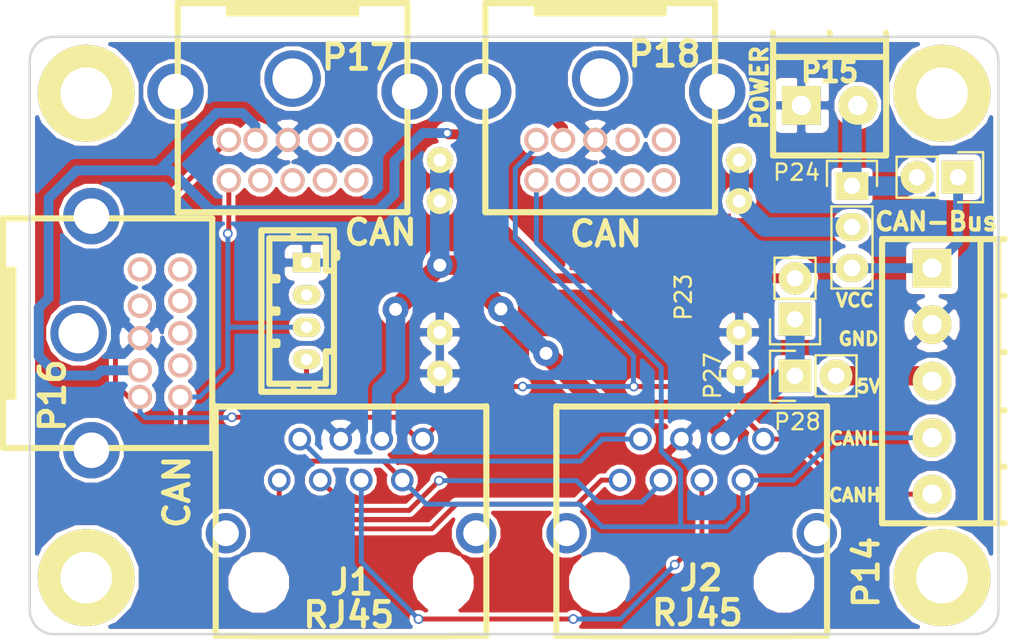
<source format=kicad_pcb>
(kicad_pcb (version 20171130) (host pcbnew "(5.0.2)-1")
  (layers (0 F.Cu signal) (31 B.Cu signal) (34 B.Paste user) (35 F.Paste user) (36 B.SilkS user) (37 F.SilkS user) (38 B.Mask user) (39 F.Mask user) (44 Edge.Cuts user))
  (net 0 "")
  (net 1 /CB3)
  (net 2 /CB1)
  (net 3 /CB2)
  (net 4 /CB4)
  (net 5 /CB5)
  (net 6 /CB6)
  (net 7 /CB7)
  (net 8 /CB8)
  (net 9 /CVCC)
  (net 10 "Net-(P17-Pad3)")
  (net 11 "Net-(P17-Pad10)")
  (net 12 "Net-(P17-Pad7)")
  (net 13 "Net-(P17-Pad6)")
  (net 14 "Net-(P17-Pad9)")
  (net 15 "Net-(P17-Pad5)")
  (net 16 "Net-(P16-Pad3)")
  (net 17 "Net-(P16-Pad10)")
  (net 18 "Net-(P16-Pad7)")
  (net 19 "Net-(P16-Pad6)")
  (net 20 "Net-(P16-Pad9)")
  (net 21 "Net-(P16-Pad5)")
  (net 22 "Net-(P18-Pad3)")
  (net 23 "Net-(P18-Pad10)")
  (net 24 "Net-(P18-Pad7)")
  (net 25 "Net-(P18-Pad6)")
  (net 26 "Net-(P18-Pad9)")
  (net 27 "Net-(P18-Pad5)")
  (net 28 "Net-(P23-Pad1)")
  (net 29 "Net-(P15-Pad2)")
  (net 30 /CB6')
  (module w_conn_pc:megb8-8 (layer F.Cu) (at 119.9 136.8)
    (fp_text reference J1 (at 0.0388 -0.021) (layer F.SilkS) (effects (font (size 1.524 1.524) (thickness 0.3048))))
    (fp_text value RJ45 (at -0.139 2.011) (layer F.SilkS) (effects (font (size 1.524 1.524) (thickness 0.3048))))
    (pad 3 thru_hole circle (at -1.905 -6.34) (size 1.4 1.4) (drill 0.9) (layers *.Cu *.Mask) (net 1 /CB3))
    (pad 1 thru_hole circle (at -4.445 -6.34) (size 1.4 1.4) (drill 0.9) (layers *.Cu *.Mask) (net 2 /CB1))
    (pad 2 thru_hole circle (at -3.175 -8.88) (size 1.4 1.4) (drill 0.9) (layers *.Cu *.Mask) (net 3 /CB2))
    (pad 4 thru_hole circle (at -0.635 -8.88) (size 1.4 1.4) (drill 0.9) (layers *.Cu *.Mask) (net 4 /CB4))
    (pad 5 thru_hole circle (at 0.635 -6.34) (size 1.4 1.4) (drill 0.9) (layers *.Cu *.Mask) (net 5 /CB5))
    (pad 6 thru_hole circle (at 1.905 -8.88) (size 1.4 1.4) (drill 0.9) (layers *.Cu *.Mask) (net 6 /CB6))
    (pad 7 thru_hole circle (at 3.175 -6.34) (size 1.4 1.4) (drill 0.9) (layers *.Cu *.Mask) (net 7 /CB7))
    (pad 8 thru_hole circle (at 4.445 -8.88) (size 1.4 1.4) (drill 0.9) (layers *.Cu *.Mask) (net 8 /CB8))
    (pad 13 thru_hole circle (at -7.75 -3.05) (size 2.5 2.5) (drill 1.6) (layers *.Cu *.Mask))
    (pad 13 thru_hole circle (at 7.75 -3.05) (size 2.5 2.5) (drill 1.6) (layers *.Cu *.Mask))
    (pad "" np_thru_hole circle (at -5.715 0) (size 3.25 3.25) (drill 3.25) (layers *.Cu))
    (pad "" np_thru_hole circle (at 5.715 0) (size 3.25 3.25) (drill 3.25) (layers *.Cu))
  )
  (module Connect:1pin (layer F.Cu) (at 156.5 136.5)
    (fp_text reference R08 hide)
    (fp_text value 1pin hide)
    (pad 1 thru_hole circle (at 0 0) (size 6 6) (drill 3.2) (layers *.Cu *.Mask F.SilkS))
  )
  (module Connect:1pin (layer F.Cu) (at 156.5 106.5)
    (fp_text reference R06 hide)
    (fp_text value 1pin hide)
    (pad 1 thru_hole circle (at 0 0) (size 6 6) (drill 3.2) (layers *.Cu *.Mask F.SilkS))
  )
  (module Connect:1pin (layer F.Cu) (at 103.5 106.5)
    (fp_text reference R05 hide)
    (fp_text value 1pin hide)
    (pad 1 thru_hole circle (at 0 0) (size 6 6) (drill 3.2) (layers *.Cu *.Mask F.SilkS))
  )
  (module Connect:1pin (layer F.Cu) (at 103.5 136.5)
    (fp_text reference R07 hide)
    (fp_text value 1pin hide)
    (pad 1 thru_hole circle (at 0 0) (size 6 6) (drill 3.2) (layers *.Cu *.Mask F.SilkS))
  )
  (module w_conn_pt-1,5:pt_1,5-2-3,5-h (layer F.Cu) (at 149.5425 106.553 180)
    (fp_text reference P15 (at -0.0075 1.353 180) (layer F.SilkS) (effects (font (size 1.2 1.2) (thickness 0.3))))
    (fp_text value POWER (at 4.3425 0.403 270) (layer F.SilkS) (effects (font (thickness 0.25))))
    (pad 2 thru_hole circle (at -1.75 -0.7 180) (size 2.4 2.4) (drill 1.2) (layers *.Cu *.Mask F.SilkS) (net 29 "Net-(P15-Pad2)"))
    (pad 1 thru_hole rect (at 1.75 -0.7 180) (size 2.4 2.4) (drill 1.2) (layers *.Cu *.Mask F.SilkS) (net 4 /CB4))
  )
  (module w_conn_pt-1,5:pt_1,5-5-3,5-h (layer F.Cu) (at 156.591 124.333 90)
    (fp_text reference P14 (at -11.8364 -4.7752 90) (layer F.SilkS) (effects (font (size 1.5 1.5) (thickness 0.3))))
    (fp_text value CAN-Bus (at 9.883 -0.441 180) (layer F.SilkS) (effects (font (size 1.1 1.1) (thickness 0.25))))
    (pad 2 thru_hole circle (at 3.5 -0.7 90) (size 2.4 2.4) (drill 1.2) (layers *.Cu *.Mask F.SilkS) (net 4 /CB4))
    (pad 1 thru_hole rect (at 7 -0.7 90) (size 2.4 2.4) (drill 1.2) (layers *.Cu *.Mask F.SilkS) (net 9 /CVCC))
    (pad 3 thru_hole circle (at 0 -0.7 90) (size 2.4 2.4) (drill 1.2) (layers *.Cu *.Mask F.SilkS) (net 30 /CB6'))
    (pad 4 thru_hole circle (at -3.5 -0.7 90) (size 2.4 2.4) (drill 1.2) (layers *.Cu *.Mask F.SilkS) (net 7 /CB7))
    (pad 5 thru_hole circle (at -7 -0.7 90) (size 2.4 2.4) (drill 1.2) (layers *.Cu *.Mask F.SilkS) (net 8 /CB8))
  )
  (module w_conn_pc:megb8-8 (layer F.Cu) (at 141 136.8)
    (fp_text reference J2 (at 0.5796 -0.275) (layer F.SilkS) (effects (font (size 1.524 1.524) (thickness 0.3048))))
    (fp_text value RJ45 (at 0.351 1.884) (layer F.SilkS) (effects (font (size 1.524 1.524) (thickness 0.3048))))
    (pad 3 thru_hole circle (at -1.905 -6.34) (size 1.4 1.4) (drill 0.9) (layers *.Cu *.Mask) (net 1 /CB3))
    (pad 1 thru_hole circle (at -4.445 -6.34) (size 1.4 1.4) (drill 0.9) (layers *.Cu *.Mask) (net 2 /CB1))
    (pad 2 thru_hole circle (at -3.175 -8.88) (size 1.4 1.4) (drill 0.9) (layers *.Cu *.Mask) (net 3 /CB2))
    (pad 4 thru_hole circle (at -0.635 -8.88) (size 1.4 1.4) (drill 0.9) (layers *.Cu *.Mask) (net 4 /CB4))
    (pad 5 thru_hole circle (at 0.635 -6.34) (size 1.4 1.4) (drill 0.9) (layers *.Cu *.Mask) (net 5 /CB5))
    (pad 6 thru_hole circle (at 1.905 -8.88) (size 1.4 1.4) (drill 0.9) (layers *.Cu *.Mask) (net 6 /CB6))
    (pad 7 thru_hole circle (at 3.175 -6.34) (size 1.4 1.4) (drill 0.9) (layers *.Cu *.Mask) (net 7 /CB7))
    (pad 8 thru_hole circle (at 4.445 -8.88) (size 1.4 1.4) (drill 0.9) (layers *.Cu *.Mask) (net 8 /CB8))
    (pad 13 thru_hole circle (at -7.75 -3.05) (size 2.5 2.5) (drill 1.6) (layers *.Cu *.Mask))
    (pad 13 thru_hole circle (at 7.75 -3.05) (size 2.5 2.5) (drill 1.6) (layers *.Cu *.Mask))
    (pad "" np_thru_hole circle (at -5.715 0) (size 3.25 3.25) (drill 3.25) (layers *.Cu))
    (pad "" np_thru_hole circle (at 5.715 0) (size 3.25 3.25) (drill 3.25) (layers *.Cu))
  )
  (module 78xx:DCDC (layer F.Cu) (at 134.6708 117.2464 270)
    (fp_text reference P23 (at 1.8796 -5.8166 270) (layer F.SilkS))
    (fp_text value CONN_01X08 hide)
    (pad 1 thru_hole oval (at -6.604 -9.271 270) (size 1.6 1.6) (drill 0.8) (layers *.Cu *.Mask F.SilkS) (net 28 "Net-(P23-Pad1)"))
    (pad 2 thru_hole oval (at -4.064 -9.271 270) (size 1.6 1.6) (drill 0.8) (layers *.Cu *.Mask F.SilkS) (net 28 "Net-(P23-Pad1)"))
    (pad 3 thru_hole oval (at 4.064 -9.271 270) (size 1.6 1.6) (drill 0.8) (layers *.Cu *.Mask F.SilkS) (net 4 /CB4))
    (pad 4 thru_hole oval (at 6.604 -9.271 270) (size 1.6 1.6) (drill 0.8) (layers *.Cu *.Mask F.SilkS) (net 4 /CB4))
    (pad 5 thru_hole oval (at -6.604 9.271 270) (size 1.6 1.6) (drill 0.8) (layers *.Cu *.Mask F.SilkS) (net 6 /CB6))
    (pad 6 thru_hole oval (at -4.064 9.271 270) (size 1.6 1.6) (drill 0.8) (layers *.Cu *.Mask F.SilkS) (net 6 /CB6))
    (pad 7 thru_hole oval (at 4.064 9.271 270) (size 1.6 1.6) (drill 0.8) (layers *.Cu *.Mask F.SilkS) (net 4 /CB4))
    (pad 8 thru_hole oval (at 6.604 9.271 270) (size 1.6 1.6) (drill 0.8) (layers *.Cu *.Mask F.SilkS) (net 4 /CB4))
  )
  (module Pin_Headers:Pin_Header_Straight_1x03 (layer F.Cu) (at 150.9268 112.2426)
    (fp_text reference P24 (at -3.4268 -0.8426) (layer F.SilkS))
    (fp_text value CONN_01X03 hide)
    (pad 1 thru_hole rect (at 0 0) (size 2.032 1.7272) (drill 1.016) (layers *.Cu *.Mask F.SilkS) (net 29 "Net-(P15-Pad2)"))
    (pad 2 thru_hole oval (at 0 2.54) (size 2.032 1.7272) (drill 1.016) (layers *.Cu *.Mask F.SilkS) (net 28 "Net-(P23-Pad1)"))
    (pad 3 thru_hole oval (at 0 5.08) (size 2.032 1.7272) (drill 1.016) (layers *.Cu *.Mask F.SilkS) (net 9 /CVCC))
  )
  (module w_logo:Logo_copper_CC-BY-NC-SA_10x3.6mm (layer F.Cu) (at 138.43 115.697)
    (fp_text reference G*** hide)
    (fp_text value LOGO hide)
    (fp_poly (pts (xy 4.99872 1.75006) (xy 4.90982 1.75006) (xy 4.90982 0.6985) (xy 4.90982 -0.44958) (xy 4.90982 -1.6002) (xy 4.87934 -1.63068) (xy 4.8514 -1.65862) (xy 0 -1.65862) (xy -4.8514 -1.65862) (xy -4.87934 -1.63068) (xy -4.90982 -1.6002) (xy -4.90982 -0.44958) (xy -4.90982 0.6985) (xy -4.73202 0.6985) (xy -4.55422 0.6985) (xy -4.48818 0.8001) (xy -4.39166 0.93218) (xy -4.2799 1.05156) (xy -4.15544 1.15824) (xy -4.01828 1.25222) (xy -3.8735 1.33096) (xy -3.71856 1.39192) (xy -3.556 1.43764) (xy -3.42646 1.45796) (xy -3.36042 1.46304) (xy -3.27914 1.46558) (xy -3.19278 1.46304) (xy -3.10642 1.45542) (xy -3.02768 1.4478) (xy -2.98196 1.44018) (xy -2.81178 1.39446) (xy -2.6543 1.33604) (xy -2.50444 1.2573) (xy -2.36728 1.16332) (xy -2.23774 1.04902) (xy -2.1844 0.99568) (xy -2.14122 0.94742) (xy -2.0955 0.89154) (xy -2.05486 0.8382) (xy -2.02946 0.8001) (xy -1.96342 0.70104) (xy 1.47066 0.6985) (xy 4.90982 0.6985) (xy 4.90982 1.75006) (xy 4.89966 1.75006) (xy 4.89966 1.66878) (xy 4.89966 1.22936) (xy 4.89966 0.78994) (xy 1.4986 0.78994) (xy -1.89738 0.78994) (xy -1.96088 0.88138) (xy -2.03708 0.98806) (xy -2.11074 1.08204) (xy -2.18948 1.16078) (xy -2.27076 1.22682) (xy -2.3622 1.29032) (xy -2.43078 1.33096) (xy -2.54 1.38684) (xy -2.63652 1.43256) (xy -2.72796 1.46812) (xy -2.82194 1.4986) (xy -2.91846 1.524) (xy -2.92354 1.524) (xy -3.06832 1.5494) (xy -3.2004 1.5621) (xy -3.32994 1.5621) (xy -3.46202 1.5494) (xy -3.59664 1.524) (xy -3.74904 1.47828) (xy -3.90144 1.41224) (xy -4.05892 1.32842) (xy -4.2164 1.22428) (xy -4.26974 1.18618) (xy -4.31038 1.15316) (xy -4.3561 1.10744) (xy -4.4069 1.05664) (xy -4.46024 1.00076) (xy -4.5085 0.94488) (xy -4.55168 0.89408) (xy -4.5847 0.84836) (xy -4.59994 0.82042) (xy -4.61772 0.78994) (xy -4.76758 0.78994) (xy -4.91998 0.78994) (xy -4.91998 1.22936) (xy -4.91998 1.66878) (xy -0.00762 1.66878) (xy 4.89966 1.66878) (xy 4.89966 1.75006) (xy 0.00508 1.75006) (xy -4.98602 1.75006) (xy -4.99364 1.60528) (xy -4.99364 1.57734) (xy -4.99618 1.53162) (xy -4.99618 1.46812) (xy -4.99618 1.38938) (xy -4.99618 1.29794) (xy -4.99872 1.19634) (xy -4.99872 1.0795) (xy -4.99872 0.95504) (xy -4.99872 0.82296) (xy -4.99872 0.68072) (xy -4.99872 0.5334) (xy -4.99872 0.381) (xy -4.99872 0.22606) (xy -4.99872 0.06858) (xy -4.99618 -0.08636) (xy -4.99618 -0.24638) (xy -4.99618 -0.40386) (xy -4.99618 -0.55626) (xy -4.99618 -0.70866) (xy -4.99364 -0.85344) (xy -4.99364 -0.9906) (xy -4.99364 -1.12014) (xy -4.99364 -1.24206) (xy -4.9911 -1.35382) (xy -4.9911 -1.45288) (xy -4.9911 -1.53924) (xy -4.98856 -1.6129) (xy -4.98856 -1.66878) (xy -4.98856 -1.70942) (xy -4.98602 -1.73228) (xy -4.98602 -1.73482) (xy -4.97586 -1.73736) (xy -4.94538 -1.73736) (xy -4.89712 -1.73736) (xy -4.83108 -1.73736) (xy -4.7498 -1.73736) (xy -4.6482 -1.73736) (xy -4.5339 -1.7399) (xy -4.40436 -1.7399) (xy -4.25958 -1.7399) (xy -4.1021 -1.7399) (xy -3.93192 -1.7399) (xy -3.75158 -1.7399) (xy -3.55854 -1.74244) (xy -3.35534 -1.74244) (xy -3.14198 -1.74244) (xy -2.91846 -1.74244) (xy -2.68732 -1.74244) (xy -2.4511 -1.74244) (xy -2.20472 -1.74244) (xy -1.95326 -1.74244) (xy -1.69672 -1.74498) (xy -1.43764 -1.74498) (xy -1.17094 -1.74498) (xy -0.90424 -1.74498) (xy -0.63246 -1.74498) (xy -0.36068 -1.74498) (xy -0.0889 -1.74498) (xy 0.18288 -1.74498) (xy 0.45466 -1.74498) (xy 0.72644 -1.74498) (xy 0.99568 -1.74498) (xy 1.26238 -1.74498) (xy 1.524 -1.74498) (xy 1.78308 -1.74498) (xy 2.03708 -1.74498) (xy 2.286 -1.74498) (xy 2.5273 -1.74498) (xy 2.76352 -1.74498) (xy 2.98958 -1.74498) (xy 3.20802 -1.74498) (xy 3.4163 -1.74498) (xy 3.61442 -1.74498) (xy 3.80492 -1.74498) (xy 3.98018 -1.74498) (xy 4.14528 -1.74498) (xy 4.29514 -1.74498) (xy 4.4323 -1.74498) (xy 4.55676 -1.74498) (xy 4.66344 -1.74498) (xy 4.75488 -1.74244) (xy 4.83108 -1.74244) (xy 4.8895 -1.74244) (xy 4.9276 -1.74244) (xy 4.95046 -1.74244) (xy 4.953 -1.74244) (xy 4.99872 -1.73736) (xy 4.99872 0.00508) (xy 4.99872 1.75006)) (layer F.Cu) (width 0.00254))
    (fp_poly (pts (xy 1.98882 1.31826) (xy 1.98374 1.3462) (xy 1.95834 1.41732) (xy 1.92024 1.47066) (xy 1.86944 1.5113) (xy 1.80848 1.53416) (xy 1.73736 1.54178) (xy 1.69418 1.5367) (xy 1.64084 1.52654) (xy 1.6002 1.50622) (xy 1.55956 1.4732) (xy 1.54178 1.45542) (xy 1.50368 1.39954) (xy 1.47828 1.3335) (xy 1.47066 1.26492) (xy 1.47574 1.1938) (xy 1.49352 1.12522) (xy 1.52908 1.06426) (xy 1.5494 1.03886) (xy 1.60274 0.99822) (xy 1.6637 0.97282) (xy 1.7272 0.96266) (xy 1.7907 0.96774) (xy 1.84912 0.98552) (xy 1.90246 1.01854) (xy 1.94564 1.06426) (xy 1.95834 1.08966) (xy 1.97104 1.1176) (xy 1.97866 1.143) (xy 1.97866 1.14808) (xy 1.97612 1.16078) (xy 1.96596 1.16586) (xy 1.9431 1.1684) (xy 1.92532 1.1684) (xy 1.8923 1.1684) (xy 1.87452 1.16332) (xy 1.86182 1.15316) (xy 1.8542 1.13792) (xy 1.82372 1.09982) (xy 1.78562 1.0795) (xy 1.74244 1.06934) (xy 1.69926 1.07696) (xy 1.65862 1.09728) (xy 1.6256 1.13284) (xy 1.61544 1.15316) (xy 1.60274 1.1938) (xy 1.59766 1.24714) (xy 1.6002 1.30048) (xy 1.61036 1.3462) (xy 1.61544 1.35636) (xy 1.64592 1.39954) (xy 1.68656 1.42494) (xy 1.73228 1.43764) (xy 1.778 1.43256) (xy 1.79832 1.4224) (xy 1.82626 1.40208) (xy 1.84658 1.3716) (xy 1.85928 1.34112) (xy 1.85928 1.3335) (xy 1.86182 1.32588) (xy 1.87706 1.3208) (xy 1.905 1.31826) (xy 1.92278 1.31826) (xy 1.98882 1.31826)) (layer F.Cu) (width 0.00254))
    (fp_poly (pts (xy 3.53822 1.38938) (xy 3.52806 1.42748) (xy 3.5052 1.46304) (xy 3.49758 1.4732) (xy 3.45948 1.50622) (xy 3.40614 1.52908) (xy 3.34518 1.54178) (xy 3.28168 1.54178) (xy 3.27406 1.54178) (xy 3.20294 1.52654) (xy 3.14706 1.49606) (xy 3.10642 1.45542) (xy 3.08102 1.40208) (xy 3.07848 1.397) (xy 3.0734 1.36652) (xy 3.07848 1.34874) (xy 3.09626 1.34112) (xy 3.12928 1.34112) (xy 3.13944 1.34112) (xy 3.16992 1.34366) (xy 3.1877 1.34874) (xy 3.19786 1.36144) (xy 3.20294 1.37922) (xy 3.22326 1.41224) (xy 3.25628 1.43764) (xy 3.29946 1.4478) (xy 3.34772 1.44272) (xy 3.37566 1.4351) (xy 3.40614 1.41732) (xy 3.41884 1.39446) (xy 3.4163 1.36652) (xy 3.40868 1.35128) (xy 3.39344 1.33858) (xy 3.36804 1.32588) (xy 3.32994 1.31064) (xy 3.2766 1.29286) (xy 3.24866 1.28524) (xy 3.2004 1.27) (xy 3.16738 1.25476) (xy 3.14452 1.23952) (xy 3.13182 1.22428) (xy 3.10134 1.17856) (xy 3.09118 1.13538) (xy 3.09626 1.08966) (xy 3.11658 1.04902) (xy 3.1496 1.01346) (xy 3.19278 0.98552) (xy 3.24358 0.96774) (xy 3.302 0.96266) (xy 3.35788 0.96774) (xy 3.42138 0.98806) (xy 3.46964 1.016) (xy 3.50012 1.05664) (xy 3.51536 1.10744) (xy 3.52044 1.14808) (xy 3.46456 1.14808) (xy 3.43154 1.14808) (xy 3.41376 1.143) (xy 3.4036 1.13538) (xy 3.39598 1.1176) (xy 3.3782 1.08712) (xy 3.34518 1.06934) (xy 3.30708 1.05918) (xy 3.26898 1.06426) (xy 3.23596 1.0795) (xy 3.23342 1.08458) (xy 3.21564 1.1049) (xy 3.21056 1.12268) (xy 3.22072 1.14046) (xy 3.2258 1.14808) (xy 3.24866 1.16078) (xy 3.2893 1.17856) (xy 3.34772 1.19634) (xy 3.3528 1.19634) (xy 3.41884 1.2192) (xy 3.46964 1.23952) (xy 3.50266 1.26492) (xy 3.52552 1.2954) (xy 3.53568 1.3335) (xy 3.53568 1.34112) (xy 3.53822 1.38938)) (layer F.Cu) (width 0.00254))
    (fp_poly (pts (xy -0.762 1.38938) (xy -0.77724 1.44018) (xy -0.81026 1.48336) (xy -0.85344 1.50876) (xy -0.87122 1.51638) (xy -0.889 1.52146) (xy -0.889 1.3589) (xy -0.89154 1.32842) (xy -0.90424 1.3081) (xy -0.90932 1.30556) (xy -0.90932 1.1303) (xy -0.91948 1.10236) (xy -0.92456 1.09474) (xy -0.9398 1.08458) (xy -0.96774 1.0795) (xy -1.00838 1.0795) (xy -1.01854 1.0795) (xy -1.09728 1.0795) (xy -1.09982 1.10998) (xy -1.10236 1.143) (xy -1.09982 1.17094) (xy -1.09728 1.18618) (xy -1.0922 1.1938) (xy -1.07696 1.19888) (xy -1.04902 1.19888) (xy -1.02616 1.19888) (xy -0.97536 1.19634) (xy -0.9398 1.18872) (xy -0.93218 1.18364) (xy -0.9144 1.16078) (xy -0.90932 1.1303) (xy -0.90932 1.30556) (xy -0.92964 1.2954) (xy -0.96774 1.29032) (xy -1.016 1.28778) (xy -1.09982 1.28778) (xy -1.09982 1.3589) (xy -1.09982 1.43002) (xy -1.01092 1.43002) (xy -0.9652 1.42748) (xy -0.93472 1.42494) (xy -0.9144 1.41732) (xy -0.90678 1.41224) (xy -0.89154 1.38684) (xy -0.889 1.3589) (xy -0.889 1.52146) (xy -0.89408 1.52146) (xy -0.92202 1.52654) (xy -0.96012 1.52654) (xy -1.01346 1.52908) (xy -1.06172 1.52908) (xy -1.22936 1.52908) (xy -1.22936 1.25476) (xy -1.22936 0.9779) (xy -1.06426 0.9779) (xy -0.9906 0.98044) (xy -0.93726 0.98044) (xy -0.89408 0.98552) (xy -0.8636 0.99314) (xy -0.84074 1.0033) (xy -0.82296 1.01854) (xy -0.81534 1.02616) (xy -0.8001 1.0541) (xy -0.79248 1.0922) (xy -0.78994 1.13284) (xy -0.79248 1.15316) (xy -0.80518 1.17856) (xy -0.8255 1.20396) (xy -0.82804 1.2065) (xy -0.84328 1.22428) (xy -0.84582 1.23444) (xy -0.8382 1.23698) (xy -0.8128 1.25476) (xy -0.78486 1.2827) (xy -0.76708 1.31826) (xy -0.76454 1.3335) (xy -0.762 1.38938)) (layer F.Cu) (width 0.00254))
    (fp_poly (pts (xy -0.21082 0.9779) (xy -0.31496 1.15316) (xy -0.4191 1.32842) (xy -0.4191 1.42748) (xy -0.4191 1.52908) (xy -0.47752 1.52908) (xy -0.53848 1.52908) (xy -0.53848 1.4224) (xy -0.53848 1.31572) (xy -0.635 1.1557) (xy -0.66548 1.1049) (xy -0.69342 1.05918) (xy -0.71374 1.02108) (xy -0.72898 0.99822) (xy -0.7366 0.98552) (xy -0.72898 0.98298) (xy -0.70612 0.98044) (xy -0.6731 0.9779) (xy -0.67056 0.9779) (xy -0.59944 0.9779) (xy -0.53848 1.08458) (xy -0.51054 1.13284) (xy -0.49022 1.16332) (xy -0.47498 1.17856) (xy -0.46736 1.17856) (xy -0.45974 1.16332) (xy -0.4445 1.13792) (xy -0.42164 1.09982) (xy -0.4064 1.07442) (xy -0.35306 0.98298) (xy -0.28194 0.98044) (xy -0.21082 0.9779)) (layer F.Cu) (width 0.00254))
    (fp_poly (pts (xy 1.38938 1.52908) (xy 1.32588 1.52908) (xy 1.26492 1.52908) (xy 1.15316 1.35128) (xy 1.04394 1.17602) (xy 1.0414 1.35382) (xy 1.03886 1.52908) (xy 0.9779 1.52908) (xy 0.91948 1.52908) (xy 0.91948 1.25476) (xy 0.91948 0.9779) (xy 0.98298 0.9779) (xy 1.04648 0.9779) (xy 1.15316 1.15316) (xy 1.18618 1.2065) (xy 1.21666 1.25222) (xy 1.23952 1.28778) (xy 1.2573 1.31318) (xy 1.26492 1.32334) (xy 1.26746 1.32334) (xy 1.26746 1.31318) (xy 1.27 1.28524) (xy 1.27 1.2446) (xy 1.27 1.1938) (xy 1.27 1.15062) (xy 1.26746 0.9779) (xy 1.32842 0.9779) (xy 1.38938 0.9779) (xy 1.38938 1.25476) (xy 1.38938 1.52908)) (layer F.Cu) (width 0.00254))
    (fp_poly (pts (xy 4.0894 1.52146) (xy 4.07924 1.52654) (xy 4.05638 1.52908) (xy 4.0259 1.52908) (xy 3.9624 1.52908) (xy 3.94462 1.46812) (xy 3.92684 1.4097) (xy 3.88874 1.4097) (xy 3.88874 1.3081) (xy 3.85826 1.2192) (xy 3.84302 1.1811) (xy 3.83286 1.15062) (xy 3.8227 1.13792) (xy 3.82016 1.13538) (xy 3.81254 1.14808) (xy 3.80238 1.17348) (xy 3.78968 1.2065) (xy 3.77698 1.24206) (xy 3.76682 1.27254) (xy 3.76174 1.2954) (xy 3.7592 1.30302) (xy 3.76936 1.30556) (xy 3.79222 1.3081) (xy 3.8227 1.3081) (xy 3.88874 1.3081) (xy 3.88874 1.4097) (xy 3.8227 1.4097) (xy 3.7211 1.4097) (xy 3.69824 1.46812) (xy 3.67538 1.52908) (xy 3.61442 1.52908) (xy 3.55092 1.52908) (xy 3.65506 1.2573) (xy 3.75666 0.98298) (xy 3.82524 0.98298) (xy 3.89128 0.98298) (xy 3.99034 1.24968) (xy 4.01574 1.31826) (xy 4.0386 1.37922) (xy 4.05892 1.4351) (xy 4.07416 1.47828) (xy 4.08432 1.50622) (xy 4.0894 1.52146)) (layer F.Cu) (width 0.00254))
    (fp_poly (pts (xy -1.96088 -0.13716) (xy -1.96088 -0.06604) (xy -1.96596 0.02794) (xy -1.97358 0.11176) (xy -1.98628 0.18796) (xy -2.00406 0.25908) (xy -2.02946 0.33274) (xy -2.04724 0.38354) (xy -2.11074 0.51308) (xy -2.18948 0.635) (xy -2.19202 0.63754) (xy -2.19202 -0.13716) (xy -2.20218 -0.27686) (xy -2.23012 -0.41148) (xy -2.27584 -0.54102) (xy -2.33934 -0.66548) (xy -2.41808 -0.77978) (xy -2.51206 -0.88392) (xy -2.62128 -0.9779) (xy -2.7432 -1.05918) (xy -2.75082 -1.06172) (xy -2.8702 -1.1176) (xy -2.9972 -1.15824) (xy -3.13182 -1.1811) (xy -3.26898 -1.18618) (xy -3.40614 -1.17602) (xy -3.53822 -1.15062) (xy -3.66522 -1.10744) (xy -3.7465 -1.06934) (xy -3.8608 -0.99822) (xy -3.96748 -0.90932) (xy -4.06146 -0.81026) (xy -4.14528 -0.70104) (xy -4.21386 -0.5842) (xy -4.2672 -0.46228) (xy -4.28752 -0.3937) (xy -4.318 -0.24892) (xy -4.32562 -0.10668) (xy -4.31546 0.03048) (xy -4.28498 0.16764) (xy -4.23672 0.29718) (xy -4.16814 0.42164) (xy -4.08432 0.54102) (xy -3.98526 0.6477) (xy -3.86842 0.74422) (xy -3.74904 0.82042) (xy -3.62204 0.87884) (xy -3.48996 0.91948) (xy -3.3528 0.9398) (xy -3.20548 0.9398) (xy -3.0734 0.9271) (xy -2.95148 0.89916) (xy -2.8321 0.85344) (xy -2.71526 0.79248) (xy -2.60604 0.71628) (xy -2.50444 0.62992) (xy -2.41554 0.5334) (xy -2.34188 0.42926) (xy -2.28346 0.32004) (xy -2.26822 0.28702) (xy -2.2225 0.14478) (xy -2.1971 0.00254) (xy -2.19202 -0.13716) (xy -2.19202 0.63754) (xy -2.28346 0.7493) (xy -2.3876 0.85344) (xy -2.50444 0.94488) (xy -2.63144 1.02362) (xy -2.76352 1.08712) (xy -2.89814 1.13538) (xy -3.03784 1.16586) (xy -3.10388 1.17348) (xy -3.16738 1.17856) (xy -3.21818 1.1811) (xy -3.26136 1.18364) (xy -3.29946 1.18364) (xy -3.3401 1.1811) (xy -3.37566 1.17856) (xy -3.52806 1.15824) (xy -3.67284 1.12014) (xy -3.81 1.06172) (xy -3.94208 0.98806) (xy -4.06908 0.89408) (xy -4.191 0.77978) (xy -4.19354 0.77724) (xy -4.30022 0.65532) (xy -4.38912 0.53086) (xy -4.4577 0.39878) (xy -4.5085 0.26162) (xy -4.54152 0.1143) (xy -4.55676 -0.0381) (xy -4.5593 -0.11938) (xy -4.55422 -0.26162) (xy -4.5339 -0.39624) (xy -4.50088 -0.5207) (xy -4.45516 -0.64516) (xy -4.41706 -0.72136) (xy -4.33578 -0.85598) (xy -4.23926 -0.98044) (xy -4.13004 -1.0922) (xy -4.01066 -1.18872) (xy -3.87858 -1.27254) (xy -3.74142 -1.33858) (xy -3.59664 -1.38684) (xy -3.5052 -1.40716) (xy -3.43916 -1.41478) (xy -3.35788 -1.41986) (xy -3.27152 -1.4224) (xy -3.18516 -1.41986) (xy -3.10134 -1.41732) (xy -3.03022 -1.4097) (xy -3.01498 -1.40462) (xy -2.86258 -1.36906) (xy -2.7178 -1.31318) (xy -2.58318 -1.24206) (xy -2.45618 -1.1557) (xy -2.33934 -1.0541) (xy -2.23774 -0.9398) (xy -2.1463 -0.81534) (xy -2.07264 -0.67818) (xy -2.01676 -0.53594) (xy -2.0066 -0.49784) (xy -1.98628 -0.42926) (xy -1.97358 -0.36322) (xy -1.96596 -0.29464) (xy -1.96088 -0.22098) (xy -1.96088 -0.13716)) (layer F.Cu) (width 0.00254))
    (fp_poly (pts (xy 0.27686 -0.52324) (xy 0.27432 -0.4318) (xy 0.2667 -0.34544) (xy 0.254 -0.2667) (xy 0.24892 -0.24384) (xy 0.22606 -0.16764) (xy 0.1905 -0.08636) (xy 0.14986 -0.00762) (xy 0.10668 0.05842) (xy 0.09906 0.06858) (xy 0.09906 -0.49784) (xy 0.09398 -0.60706) (xy 0.0762 -0.70104) (xy 0.04826 -0.79502) (xy 0.0254 -0.84328) (xy -0.03048 -0.94234) (xy -0.10414 -1.03378) (xy -0.19304 -1.11506) (xy -0.28956 -1.18364) (xy -0.39624 -1.23698) (xy -0.45974 -1.25984) (xy -0.49276 -1.27) (xy -0.52324 -1.27762) (xy -0.5588 -1.28016) (xy -0.60198 -1.2827) (xy -0.65532 -1.2827) (xy -0.68326 -1.2827) (xy -0.74676 -1.2827) (xy -0.79248 -1.2827) (xy -0.83058 -1.27762) (xy -0.86106 -1.27254) (xy -0.89408 -1.26492) (xy -0.90932 -1.25984) (xy -1.02362 -1.21412) (xy -1.1303 -1.15062) (xy -1.22682 -1.07188) (xy -1.3081 -0.98044) (xy -1.37668 -0.87884) (xy -1.43002 -0.76454) (xy -1.45034 -0.70104) (xy -1.46304 -0.63754) (xy -1.47066 -0.56134) (xy -1.4732 -0.4826) (xy -1.47066 -0.40386) (xy -1.4605 -0.33528) (xy -1.45542 -0.30988) (xy -1.41224 -0.19304) (xy -1.35128 -0.08382) (xy -1.27762 0.01524) (xy -1.18618 0.1016) (xy -1.13284 0.14478) (xy -1.02616 0.20828) (xy -0.9144 0.254) (xy -0.79502 0.2794) (xy -0.6731 0.28702) (xy -0.5715 0.2794) (xy -0.48006 0.25908) (xy -0.38608 0.22606) (xy -0.29972 0.18542) (xy -0.27686 0.17272) (xy -0.24384 0.14986) (xy -0.2032 0.11938) (xy -0.16002 0.07874) (xy -0.11938 0.04064) (xy -0.11938 0.0381) (xy -0.07366 -0.00508) (xy -0.04064 -0.04318) (xy -0.01524 -0.07874) (xy 0.00508 -0.11684) (xy 0.01778 -0.1397) (xy 0.05588 -0.2286) (xy 0.08128 -0.31242) (xy 0.09398 -0.40386) (xy 0.09906 -0.49784) (xy 0.09906 0.06858) (xy 0.09652 0.0762) (xy 0.01016 0.17018) (xy -0.08382 0.25654) (xy -0.19304 0.3302) (xy -0.30734 0.39116) (xy -0.42418 0.4318) (xy -0.44958 0.43942) (xy -0.508 0.44958) (xy -0.57912 0.4572) (xy -0.65278 0.46228) (xy -0.72644 0.46482) (xy -0.79248 0.46228) (xy -0.83312 0.4572) (xy -0.9652 0.42672) (xy -1.08966 0.37846) (xy -1.20904 0.30988) (xy -1.3208 0.22606) (xy -1.36906 0.18034) (xy -1.4605 0.07366) (xy -1.5367 -0.0381) (xy -1.59512 -0.16002) (xy -1.6256 -0.25908) (xy -1.6383 -0.30226) (xy -1.64338 -0.3429) (xy -1.64846 -0.38608) (xy -1.651 -0.43434) (xy -1.651 -0.49276) (xy -1.64846 -0.58674) (xy -1.64338 -0.6604) (xy -1.63576 -0.70612) (xy -1.59766 -0.83566) (xy -1.54178 -0.95504) (xy -1.47066 -1.06934) (xy -1.3843 -1.17094) (xy -1.28778 -1.25984) (xy -1.17856 -1.33604) (xy -1.06172 -1.397) (xy -0.93726 -1.44018) (xy -0.91186 -1.44526) (xy -0.8509 -1.45542) (xy -0.77724 -1.46304) (xy -0.69596 -1.46558) (xy -0.61214 -1.46304) (xy -0.5334 -1.45796) (xy -0.46736 -1.4478) (xy -0.43434 -1.44018) (xy -0.3048 -1.39446) (xy -0.18288 -1.3335) (xy -0.07366 -1.25476) (xy 0.02032 -1.16332) (xy 0.10414 -1.05918) (xy 0.17526 -0.94488) (xy 0.2286 -0.82042) (xy 0.26416 -0.68834) (xy 0.26416 -0.68326) (xy 0.27432 -0.60706) (xy 0.27686 -0.52324)) (layer F.Cu) (width 0.00254))
    (fp_poly (pts (xy 2.45364 -0.47498) (xy 2.44856 -0.39624) (xy 2.4384 -0.31242) (xy 2.42316 -0.23876) (xy 2.40284 -0.17018) (xy 2.37236 -0.09906) (xy 2.36728 -0.09144) (xy 2.3241 -0.00762) (xy 2.27838 0.06096) (xy 2.27838 -0.51054) (xy 2.26568 -0.63246) (xy 2.23774 -0.7493) (xy 2.18948 -0.85852) (xy 2.12852 -0.96266) (xy 2.04978 -1.0541) (xy 1.95834 -1.13538) (xy 1.85166 -1.20396) (xy 1.83134 -1.21412) (xy 1.74498 -1.24968) (xy 1.65608 -1.27508) (xy 1.5621 -1.28524) (xy 1.45288 -1.28524) (xy 1.39446 -1.28524) (xy 1.34874 -1.28016) (xy 1.31318 -1.27508) (xy 1.27508 -1.26492) (xy 1.23698 -1.25222) (xy 1.18872 -1.23444) (xy 1.14046 -1.21158) (xy 1.09982 -1.19126) (xy 1.0922 -1.18618) (xy 1.06172 -1.1684) (xy 1.02616 -1.13792) (xy 0.98552 -1.10236) (xy 0.94234 -1.06426) (xy 0.90424 -1.02616) (xy 0.87122 -0.9906) (xy 0.84836 -0.96266) (xy 0.84074 -0.94996) (xy 0.83312 -0.93472) (xy 0.84074 -0.92456) (xy 0.86106 -0.9144) (xy 0.88138 -0.90424) (xy 0.91694 -0.89154) (xy 0.96012 -0.87122) (xy 1.01346 -0.84836) (xy 1.0414 -0.83566) (xy 1.18872 -0.76962) (xy 1.21412 -0.8128) (xy 1.24968 -0.85852) (xy 1.30048 -0.89662) (xy 1.3589 -0.92202) (xy 1.3843 -0.92964) (xy 1.43764 -0.94234) (xy 1.43764 -1.016) (xy 1.43764 -1.08966) (xy 1.49352 -1.08966) (xy 1.5494 -1.08966) (xy 1.5494 -1.016) (xy 1.5494 -0.94234) (xy 1.61036 -0.93218) (xy 1.64846 -0.92202) (xy 1.6891 -0.90678) (xy 1.7272 -0.89154) (xy 1.76022 -0.87376) (xy 1.78054 -0.86106) (xy 1.78562 -0.85344) (xy 1.78054 -0.84328) (xy 1.7653 -0.82042) (xy 1.74244 -0.79248) (xy 1.73228 -0.77978) (xy 1.67386 -0.71628) (xy 1.61544 -0.74422) (xy 1.56464 -0.762) (xy 1.51384 -0.77216) (xy 1.46812 -0.76962) (xy 1.43002 -0.75692) (xy 1.40462 -0.7366) (xy 1.39446 -0.70866) (xy 1.39446 -0.70612) (xy 1.39446 -0.6985) (xy 1.397 -0.69088) (xy 1.40462 -0.68326) (xy 1.41732 -0.67564) (xy 1.43764 -0.66294) (xy 1.46558 -0.65024) (xy 1.50368 -0.62992) (xy 1.55448 -0.60706) (xy 1.61544 -0.57912) (xy 1.69418 -0.54356) (xy 1.78816 -0.50038) (xy 1.81356 -0.49022) (xy 1.89992 -0.45212) (xy 1.9812 -0.41402) (xy 2.05486 -0.38354) (xy 2.11836 -0.35306) (xy 2.1717 -0.3302) (xy 2.21234 -0.31496) (xy 2.23774 -0.30226) (xy 2.24536 -0.29972) (xy 2.25298 -0.30988) (xy 2.2606 -0.33528) (xy 2.26822 -0.37592) (xy 2.26822 -0.38608) (xy 2.27838 -0.51054) (xy 2.27838 0.06096) (xy 2.2733 0.06604) (xy 2.21234 0.1397) (xy 2.16408 0.18796) (xy 2.16408 -0.10668) (xy 2.15392 -0.12192) (xy 2.12852 -0.13716) (xy 2.08788 -0.15748) (xy 2.032 -0.18288) (xy 2.00152 -0.19558) (xy 1.82372 -0.27432) (xy 1.79324 -0.21336) (xy 1.75514 -0.15494) (xy 1.7018 -0.11176) (xy 1.63576 -0.08128) (xy 1.6256 -0.07874) (xy 1.59004 -0.06858) (xy 1.56718 -0.05588) (xy 1.55702 -0.0381) (xy 1.55194 -0.01016) (xy 1.55194 0.0127) (xy 1.54686 0.07874) (xy 1.49352 0.07874) (xy 1.43764 0.07874) (xy 1.43764 0.01016) (xy 1.43764 -0.02286) (xy 1.43764 -0.04572) (xy 1.42748 -0.05842) (xy 1.4097 -0.0635) (xy 1.37668 -0.07112) (xy 1.35382 -0.07366) (xy 1.31826 -0.08382) (xy 1.27254 -0.1016) (xy 1.22428 -0.12446) (xy 1.18618 -0.14732) (xy 1.1684 -0.16002) (xy 1.14554 -0.18034) (xy 1.21158 -0.24638) (xy 1.24714 -0.2794) (xy 1.27 -0.29972) (xy 1.28524 -0.3048) (xy 1.29286 -0.3048) (xy 1.34366 -0.26924) (xy 1.38938 -0.24638) (xy 1.43002 -0.23368) (xy 1.47828 -0.2286) (xy 1.4859 -0.2286) (xy 1.54178 -0.23622) (xy 1.58242 -0.254) (xy 1.60782 -0.28448) (xy 1.60782 -0.28702) (xy 1.61544 -0.3175) (xy 1.61036 -0.34544) (xy 1.61036 -0.34798) (xy 1.60528 -0.3556) (xy 1.59766 -0.36322) (xy 1.58496 -0.37338) (xy 1.56464 -0.38354) (xy 1.5367 -0.39878) (xy 1.4986 -0.4191) (xy 1.4478 -0.44196) (xy 1.3843 -0.4699) (xy 1.3081 -0.50546) (xy 1.21412 -0.5461) (xy 1.17094 -0.56642) (xy 1.08458 -0.60452) (xy 1.0033 -0.64008) (xy 0.92964 -0.67056) (xy 0.86614 -0.6985) (xy 0.8128 -0.72136) (xy 0.77216 -0.7366) (xy 0.74676 -0.74676) (xy 0.7366 -0.7493) (xy 0.72898 -0.73406) (xy 0.71882 -0.70104) (xy 0.7112 -0.65786) (xy 0.70358 -0.60706) (xy 0.70104 -0.55626) (xy 0.6985 -0.50546) (xy 0.6985 -0.49276) (xy 0.70866 -0.37592) (xy 0.73406 -0.26162) (xy 0.77978 -0.15494) (xy 0.8382 -0.05588) (xy 0.90932 0.03048) (xy 0.99314 0.10922) (xy 1.08458 0.17526) (xy 1.18618 0.22606) (xy 1.2954 0.26416) (xy 1.4097 0.28448) (xy 1.52654 0.28702) (xy 1.6002 0.2794) (xy 1.72212 0.24892) (xy 1.83896 0.20066) (xy 1.94564 0.13716) (xy 2.04216 0.05588) (xy 2.10312 -0.00762) (xy 2.13106 -0.04318) (xy 2.15392 -0.07112) (xy 2.16408 -0.09144) (xy 2.16408 -0.10668) (xy 2.16408 0.18796) (xy 2.159 0.19304) (xy 2.04978 0.28448) (xy 1.93548 0.3556) (xy 1.81356 0.41148) (xy 1.69672 0.4445) (xy 1.6383 0.45466) (xy 1.56718 0.45974) (xy 1.49352 0.46482) (xy 1.4224 0.46482) (xy 1.36398 0.45974) (xy 1.35128 0.45974) (xy 1.22174 0.4318) (xy 1.09728 0.38608) (xy 0.98044 0.32258) (xy 0.87122 0.2413) (xy 0.78232 0.15494) (xy 0.69596 0.05334) (xy 0.62992 -0.04572) (xy 0.57912 -0.1524) (xy 0.5461 -0.2667) (xy 0.52578 -0.39116) (xy 0.52324 -0.46482) (xy 0.5207 -0.52832) (xy 0.5207 -0.57912) (xy 0.52324 -0.6223) (xy 0.53086 -0.66548) (xy 0.53594 -0.6985) (xy 0.57404 -0.82804) (xy 0.62738 -0.9525) (xy 0.6985 -1.0668) (xy 0.78486 -1.17094) (xy 0.88392 -1.26238) (xy 0.99568 -1.33858) (xy 1.06934 -1.37922) (xy 1.15824 -1.41732) (xy 1.24714 -1.44272) (xy 1.34366 -1.45796) (xy 1.43764 -1.46558) (xy 1.58242 -1.46304) (xy 1.71704 -1.44272) (xy 1.8415 -1.40716) (xy 1.96088 -1.35128) (xy 2.07264 -1.27762) (xy 2.15392 -1.2065) (xy 2.2479 -1.10744) (xy 2.3241 -0.99568) (xy 2.38252 -0.8763) (xy 2.4257 -0.7493) (xy 2.44856 -0.61468) (xy 2.45364 -0.47498)) (layer F.Cu) (width 0.00254))
    (fp_poly (pts (xy 4.62534 -0.47752) (xy 4.6228 -0.39878) (xy 4.61772 -0.3302) (xy 4.60756 -0.27432) (xy 4.60756 -0.2667) (xy 4.56438 -0.13462) (xy 4.50342 -0.0127) (xy 4.44754 0.0635) (xy 4.44754 -0.4699) (xy 4.44754 -0.52832) (xy 4.44246 -0.6096) (xy 4.4323 -0.67818) (xy 4.41706 -0.73914) (xy 4.3942 -0.8001) (xy 4.3688 -0.85344) (xy 4.30784 -0.95504) (xy 4.23164 -1.04648) (xy 4.1402 -1.12776) (xy 4.04114 -1.1938) (xy 3.93446 -1.2446) (xy 3.90144 -1.2573) (xy 3.83032 -1.27254) (xy 3.74904 -1.28524) (xy 3.66014 -1.28778) (xy 3.57632 -1.28524) (xy 3.50012 -1.27508) (xy 3.4925 -1.27508) (xy 3.3782 -1.23952) (xy 3.26898 -1.18618) (xy 3.16992 -1.1176) (xy 3.08102 -1.03378) (xy 3.00736 -0.93726) (xy 2.94386 -0.82804) (xy 2.9083 -0.73914) (xy 2.89306 -0.6985) (xy 2.88544 -0.66802) (xy 2.88036 -0.63754) (xy 2.87528 -0.60198) (xy 2.87528 -0.5588) (xy 2.87528 -0.50292) (xy 2.87782 -0.41656) (xy 2.88544 -0.34544) (xy 2.90068 -0.2794) (xy 2.92354 -0.2159) (xy 2.9464 -0.1651) (xy 2.99212 -0.08636) (xy 3.05308 -0.00508) (xy 3.12166 0.06604) (xy 3.19532 0.12954) (xy 3.2639 0.1778) (xy 3.3655 0.2286) (xy 3.4798 0.26416) (xy 3.59664 0.28194) (xy 3.71348 0.28448) (xy 3.83032 0.2667) (xy 3.86842 0.25908) (xy 3.9751 0.21844) (xy 4.0767 0.1651) (xy 4.17068 0.09652) (xy 4.2545 0.01524) (xy 4.32562 -0.06858) (xy 4.37896 -0.16256) (xy 4.38404 -0.17526) (xy 4.4196 -0.2667) (xy 4.43992 -0.36322) (xy 4.44754 -0.4699) (xy 4.44754 0.0635) (xy 4.42468 0.09652) (xy 4.3307 0.19812) (xy 4.24688 0.26924) (xy 4.13004 0.34544) (xy 4.00558 0.40386) (xy 3.87604 0.44196) (xy 3.73888 0.46228) (xy 3.59918 0.46482) (xy 3.50012 0.45466) (xy 3.37312 0.42418) (xy 3.24866 0.37592) (xy 3.13436 0.30988) (xy 3.02514 0.22606) (xy 2.92608 0.127) (xy 2.91338 0.10922) (xy 2.8321 0) (xy 2.77114 -0.11684) (xy 2.72542 -0.2413) (xy 2.69748 -0.37084) (xy 2.68986 -0.50292) (xy 2.70002 -0.63754) (xy 2.72796 -0.76708) (xy 2.77622 -0.89662) (xy 2.78892 -0.92456) (xy 2.8575 -1.0414) (xy 2.93878 -1.14554) (xy 3.0353 -1.23952) (xy 3.14198 -1.3208) (xy 3.25882 -1.3843) (xy 3.38074 -1.43256) (xy 3.40868 -1.44018) (xy 3.44424 -1.45034) (xy 3.47726 -1.45542) (xy 3.51536 -1.4605) (xy 3.55854 -1.4605) (xy 3.61442 -1.46304) (xy 3.66522 -1.46304) (xy 3.73126 -1.46304) (xy 3.7846 -1.4605) (xy 3.82778 -1.45796) (xy 3.86334 -1.45288) (xy 3.89636 -1.44526) (xy 3.91414 -1.44018) (xy 3.99542 -1.41224) (xy 4.08178 -1.37668) (xy 4.16306 -1.3335) (xy 4.22402 -1.2954) (xy 4.2672 -1.25984) (xy 4.31546 -1.21412) (xy 4.36626 -1.16586) (xy 4.41452 -1.11252) (xy 4.45262 -1.0668) (xy 4.46786 -1.04648) (xy 4.50342 -0.98552) (xy 4.53898 -0.9144) (xy 4.572 -0.84074) (xy 4.5974 -0.76962) (xy 4.59994 -0.75438) (xy 4.61264 -0.70104) (xy 4.61772 -0.63246) (xy 4.6228 -0.55626) (xy 4.62534 -0.47752)) (layer F.Cu) (width 0.00254))
    (fp_poly (pts (xy -3.26898 0.08128) (xy -3.28676 0.10922) (xy -3.3147 0.14732) (xy -3.3528 0.18542) (xy -3.39598 0.22098) (xy -3.43662 0.24638) (xy -3.44678 0.25146) (xy -3.5179 0.27178) (xy -3.60172 0.2794) (xy -3.66522 0.27686) (xy -3.74904 0.26162) (xy -3.82524 0.2286) (xy -3.8862 0.18034) (xy -3.937 0.11938) (xy -3.97256 0.04572) (xy -3.99288 -0.03556) (xy -3.99796 -0.13208) (xy -3.99542 -0.15748) (xy -3.98272 -0.24384) (xy -3.95732 -0.3175) (xy -3.91414 -0.38354) (xy -3.89636 -0.40386) (xy -3.83286 -0.45974) (xy -3.7592 -0.49784) (xy -3.67792 -0.5207) (xy -3.58648 -0.52324) (xy -3.54838 -0.51816) (xy -3.50266 -0.51054) (xy -3.4544 -0.4953) (xy -3.42138 -0.4826) (xy -3.3909 -0.46482) (xy -3.35788 -0.43942) (xy -3.3274 -0.40894) (xy -3.29946 -0.381) (xy -3.28422 -0.3556) (xy -3.27914 -0.3429) (xy -3.28676 -0.33274) (xy -3.30962 -0.3175) (xy -3.34264 -0.29718) (xy -3.35788 -0.28956) (xy -3.43916 -0.24892) (xy -3.48742 -0.29972) (xy -3.51282 -0.32512) (xy -3.53314 -0.34036) (xy -3.55346 -0.34798) (xy -3.57886 -0.34798) (xy -3.59156 -0.34798) (xy -3.64744 -0.34036) (xy -3.69316 -0.31496) (xy -3.73126 -0.27432) (xy -3.7338 -0.26924) (xy -3.7465 -0.23368) (xy -3.75412 -0.18542) (xy -3.7592 -0.12954) (xy -3.75666 -0.07366) (xy -3.75158 -0.02286) (xy -3.74396 0) (xy -3.7211 0.04826) (xy -3.68808 0.08128) (xy -3.64236 0.09906) (xy -3.5941 0.10414) (xy -3.54076 0.09906) (xy -3.50012 0.08128) (xy -3.46964 0.0508) (xy -3.4544 0.03048) (xy -3.43916 0.01016) (xy -3.42646 0) (xy -3.41376 0.00254) (xy -3.38836 0.01524) (xy -3.35534 0.03302) (xy -3.34264 0.04064) (xy -3.26898 0.08128)) (layer F.Cu) (width 0.00254))
    (fp_poly (pts (xy -2.52476 0.07874) (xy -2.52476 0.09144) (xy -2.53746 0.1143) (xy -2.55016 0.13208) (xy -2.60858 0.19558) (xy -2.67208 0.23876) (xy -2.7432 0.2667) (xy -2.82448 0.2794) (xy -2.91592 0.27686) (xy -2.99212 0.26416) (xy -3.05562 0.23622) (xy -3.11658 0.19558) (xy -3.12674 0.18542) (xy -3.17754 0.12446) (xy -3.21564 0.0508) (xy -3.2385 -0.03048) (xy -3.24104 -0.04826) (xy -3.24358 -0.1397) (xy -3.23342 -0.22606) (xy -3.20802 -0.30734) (xy -3.16738 -0.37846) (xy -3.11658 -0.43688) (xy -3.05308 -0.48006) (xy -3.01498 -0.49784) (xy -2.93878 -0.51816) (xy -2.85496 -0.52324) (xy -2.7686 -0.51562) (xy -2.6924 -0.49276) (xy -2.68224 -0.49022) (xy -2.64668 -0.46736) (xy -2.60858 -0.43942) (xy -2.57048 -0.4064) (xy -2.54254 -0.37338) (xy -2.53492 -0.35814) (xy -2.5273 -0.34544) (xy -2.5273 -0.33782) (xy -2.53746 -0.32766) (xy -2.55524 -0.31496) (xy -2.5908 -0.29718) (xy -2.60604 -0.28956) (xy -2.68986 -0.24892) (xy -2.73812 -0.29972) (xy -2.76352 -0.32512) (xy -2.78384 -0.34036) (xy -2.80162 -0.34798) (xy -2.82956 -0.34798) (xy -2.83972 -0.34798) (xy -2.8956 -0.3429) (xy -2.93878 -0.32004) (xy -2.97434 -0.2794) (xy -2.98958 -0.254) (xy -3.00482 -0.2032) (xy -3.01498 -0.1397) (xy -3.01244 -0.0762) (xy -3.00228 -0.01524) (xy -2.99212 0.01016) (xy -2.96164 0.05588) (xy -2.921 0.0889) (xy -2.87274 0.10414) (xy -2.82194 0.10668) (xy -2.77368 0.09144) (xy -2.72796 0.06096) (xy -2.70764 0.03556) (xy -2.68986 0.01524) (xy -2.68732 0.00762) (xy -2.68224 0.00254) (xy -2.667 0.00508) (xy -2.64414 0.01524) (xy -2.60858 0.03302) (xy -2.57302 0.0508) (xy -2.54508 0.06858) (xy -2.5273 0.07874) (xy -2.52476 0.07874)) (layer F.Cu) (width 0.00254))
    (fp_poly (pts (xy -0.42672 -0.70866) (xy -0.42672 -0.67818) (xy -0.42672 -0.635) (xy -0.42672 -0.58166) (xy -0.42672 -0.52832) (xy -0.42926 -0.35052) (xy -0.48006 -0.34798) (xy -0.5334 -0.3429) (xy -0.53594 -0.11176) (xy -0.53848 0.11938) (xy -0.68834 0.11938) (xy -0.8382 0.11938) (xy -0.8382 -0.1143) (xy -0.8382 -0.35052) (xy -0.88138 -0.34798) (xy -0.91186 -0.34798) (xy -0.93218 -0.34798) (xy -0.93726 -0.34798) (xy -0.9398 -0.35306) (xy -0.94488 -0.3683) (xy -0.94742 -0.39624) (xy -0.94742 -0.44196) (xy -0.94742 -0.50038) (xy -0.94742 -0.55118) (xy -0.94742 -0.6223) (xy -0.94742 -0.67818) (xy -0.94488 -0.71628) (xy -0.94234 -0.74422) (xy -0.9398 -0.762) (xy -0.93472 -0.7747) (xy -0.93218 -0.77724) (xy -0.9271 -0.78486) (xy -0.91948 -0.78994) (xy -0.90932 -0.79248) (xy -0.89154 -0.79502) (xy -0.8636 -0.79756) (xy -0.8255 -0.79756) (xy -0.77216 -0.8001) (xy -0.70104 -0.8001) (xy -0.68834 -0.8001) (xy -0.6096 -0.79756) (xy -0.54864 -0.79756) (xy -0.50292 -0.79502) (xy -0.4699 -0.79248) (xy -0.44704 -0.78486) (xy -0.43434 -0.7747) (xy -0.42926 -0.762) (xy -0.42672 -0.74422) (xy -0.42672 -0.7239) (xy -0.42672 -0.70866)) (layer F.Cu) (width 0.00254))
    (fp_poly (pts (xy -0.55372 -0.9779) (xy -0.56134 -0.93726) (xy -0.58166 -0.9017) (xy -0.61468 -0.87376) (xy -0.6604 -0.85598) (xy -0.66294 -0.85598) (xy -0.69342 -0.85598) (xy -0.72644 -0.86106) (xy -0.73406 -0.8636) (xy -0.75946 -0.87376) (xy -0.7747 -0.87884) (xy -0.78232 -0.88646) (xy -0.79248 -0.90424) (xy -0.79756 -0.91186) (xy -0.81788 -0.96012) (xy -0.81788 -1.00838) (xy -0.80518 -1.05156) (xy -0.77724 -1.08712) (xy -0.73914 -1.10998) (xy -0.68834 -1.12014) (xy -0.68072 -1.12268) (xy -0.635 -1.11252) (xy -0.5969 -1.08966) (xy -0.5715 -1.05918) (xy -0.55626 -1.02108) (xy -0.55372 -0.9779)) (layer F.Cu) (width 0.00254))
    (fp_poly (pts (xy 4.15036 -0.50546) (xy 4.14528 -0.40894) (xy 4.12496 -0.31496) (xy 4.09194 -0.2286) (xy 4.07162 -0.19558) (xy 4.04114 -0.15494) (xy 4.01066 -0.11684) (xy 4.00558 -0.1143) (xy 3.92938 -0.0508) (xy 3.84556 -0.00762) (xy 3.75158 0.01778) (xy 3.65506 0.02794) (xy 3.556 0.01778) (xy 3.55092 0.01778) (xy 3.4671 -0.00508) (xy 3.3909 -0.04826) (xy 3.32994 -0.10668) (xy 3.2766 -0.18034) (xy 3.24104 -0.26924) (xy 3.2258 -0.32004) (xy 3.21818 -0.34798) (xy 3.34264 -0.34798) (xy 3.4671 -0.34798) (xy 3.47472 -0.30734) (xy 3.48742 -0.2667) (xy 3.51536 -0.2286) (xy 3.54584 -0.20066) (xy 3.55092 -0.19812) (xy 3.57124 -0.1905) (xy 3.60426 -0.18288) (xy 3.62712 -0.1778) (xy 3.6957 -0.17526) (xy 3.75666 -0.1905) (xy 3.80746 -0.22352) (xy 3.8481 -0.27178) (xy 3.87858 -0.33782) (xy 3.8989 -0.4191) (xy 3.90398 -0.49022) (xy 3.90144 -0.56388) (xy 3.8862 -0.635) (xy 3.86588 -0.69342) (xy 3.86334 -0.6985) (xy 3.83032 -0.74676) (xy 3.7846 -0.77978) (xy 3.73888 -0.8001) (xy 3.67538 -0.80518) (xy 3.61442 -0.79756) (xy 3.56108 -0.77724) (xy 3.51536 -0.74422) (xy 3.48996 -0.70612) (xy 3.47472 -0.6731) (xy 3.47218 -0.65278) (xy 3.47726 -0.64262) (xy 3.50012 -0.64008) (xy 3.50774 -0.63754) (xy 3.5433 -0.63754) (xy 3.44678 -0.54102) (xy 3.35026 -0.4445) (xy 3.2512 -0.54102) (xy 3.15468 -0.63754) (xy 3.19024 -0.63754) (xy 3.22072 -0.64262) (xy 3.23596 -0.6604) (xy 3.2385 -0.68834) (xy 3.24358 -0.7112) (xy 3.25882 -0.74676) (xy 3.28168 -0.78994) (xy 3.30454 -0.83058) (xy 3.32994 -0.86868) (xy 3.3528 -0.89408) (xy 3.41884 -0.94488) (xy 3.49504 -0.98044) (xy 3.57886 -1.0033) (xy 3.66776 -1.01092) (xy 3.75666 -1.00076) (xy 3.8481 -0.97536) (xy 3.90144 -0.9525) (xy 3.97256 -0.90678) (xy 4.03352 -0.84582) (xy 4.08178 -0.77216) (xy 4.11734 -0.68834) (xy 4.1402 -0.59944) (xy 4.15036 -0.50546)) (layer F.Cu) (width 0.00254))
  )
  (module w_conn_av:minidin-10 (layer F.Cu) (at 104.8258 121.3612 270)
    (fp_text reference P16 (at 3.8608 3.4163 270) (layer F.SilkS) (effects (font (size 1.524 1.524) (thickness 0.3048))))
    (fp_text value CAN (at 9.8298 -4.2926 270) (layer F.SilkS) (effects (font (size 1.524 1.524) (thickness 0.3048))))
    (pad 7 thru_hole circle (at -3.95 -2 270) (size 1.5 1.5) (drill 1) (layers *.Cu *.SilkS *.Mask) (net 18 "Net-(P16-Pad7)"))
    (pad 1 thru_hole circle (at 2.3 -2 270) (size 1.5 1.5) (drill 1) (layers *.Cu *.SilkS *.Mask) (net 9 /CVCC))
    (pad 11 thru_hole circle (at -7.25 1 270) (size 3.5 3.5) (drill 2.2) (layers *.Cu))
    (pad 13 thru_hole circle (at 7.25 1 270) (size 3.5 3.5) (drill 2.2) (layers *.Cu))
    (pad 3 thru_hole circle (at -1.7 -2 270) (size 1.5 1.5) (drill 1) (layers *.Cu *.SilkS *.Mask) (net 16 "Net-(P16-Pad3)"))
    (pad 2 thru_hole circle (at 0.3 -2 270) (size 1.5 1.5) (drill 1) (layers *.Cu *.SilkS *.Mask) (net 4 /CB4))
    (pad 4 thru_hole circle (at 3.95 -2 270) (size 1.5 1.5) (drill 1) (layers *.Cu *.SilkS *.Mask) (net 8 /CB8))
    (pad 6 thru_hole circle (at 0 -4.5 270) (size 1.5 1.5) (drill 1) (layers *.Cu *.SilkS *.Mask) (net 19 "Net-(P16-Pad6)"))
    (pad 5 thru_hole circle (at 2 -4.50088 270) (size 1.5 1.5) (drill 1) (layers *.Cu *.SilkS *.Mask) (net 21 "Net-(P16-Pad5)"))
    (pad 10 thru_hole circle (at -3.95 -4.5 270) (size 1.5 1.5) (drill 1) (layers *.Cu *.SilkS *.Mask) (net 17 "Net-(P16-Pad10)"))
    (pad 9 thru_hole circle (at -2 -4.5 270) (size 1.5 1.5) (drill 1) (layers *.Cu *.SilkS *.Mask) (net 20 "Net-(P16-Pad9)"))
    (pad 8 thru_hole circle (at 3.95 -4.50088 270) (size 1.5 1.5) (drill 1) (layers *.Cu *.SilkS *.Mask) (net 7 /CB7))
    (pad 12 thru_hole circle (at 0 1.8 270) (size 3.5 3.5) (drill 2.5) (layers *.Cu))
  )
  (module w_conn_av:minidin-10 (layer F.Cu) (at 116.2812 107.3912 180)
    (fp_text reference P17 (at -4.0513 3.1242 180) (layer F.SilkS) (effects (font (size 1.524 1.524) (thickness 0.3048))))
    (fp_text value CAN (at -5.4483 -7.7343 180) (layer F.SilkS) (effects (font (size 1.524 1.524) (thickness 0.3048))))
    (pad 7 thru_hole circle (at -3.95 -2 180) (size 1.5 1.5) (drill 1) (layers *.Cu *.SilkS *.Mask) (net 12 "Net-(P17-Pad7)"))
    (pad 1 thru_hole circle (at 2.3 -2 180) (size 1.5 1.5) (drill 1) (layers *.Cu *.SilkS *.Mask) (net 9 /CVCC))
    (pad 11 thru_hole circle (at -7.25 1 180) (size 3.5 3.5) (drill 2.2) (layers *.Cu))
    (pad 13 thru_hole circle (at 7.25 1 180) (size 3.5 3.5) (drill 2.2) (layers *.Cu))
    (pad 3 thru_hole circle (at -1.7 -2 180) (size 1.5 1.5) (drill 1) (layers *.Cu *.SilkS *.Mask) (net 10 "Net-(P17-Pad3)"))
    (pad 2 thru_hole circle (at 0.3 -2 180) (size 1.5 1.5) (drill 1) (layers *.Cu *.SilkS *.Mask) (net 4 /CB4))
    (pad 4 thru_hole circle (at 3.95 -2 180) (size 1.5 1.5) (drill 1) (layers *.Cu *.SilkS *.Mask) (net 8 /CB8))
    (pad 6 thru_hole circle (at 0 -4.5 180) (size 1.5 1.5) (drill 1) (layers *.Cu *.SilkS *.Mask) (net 13 "Net-(P17-Pad6)"))
    (pad 5 thru_hole circle (at 2 -4.50088 180) (size 1.5 1.5) (drill 1) (layers *.Cu *.SilkS *.Mask) (net 15 "Net-(P17-Pad5)"))
    (pad 10 thru_hole circle (at -3.95 -4.5 180) (size 1.5 1.5) (drill 1) (layers *.Cu *.SilkS *.Mask) (net 11 "Net-(P17-Pad10)"))
    (pad 9 thru_hole circle (at -2 -4.5 180) (size 1.5 1.5) (drill 1) (layers *.Cu *.SilkS *.Mask) (net 14 "Net-(P17-Pad9)"))
    (pad 8 thru_hole circle (at 3.95 -4.50088 180) (size 1.5 1.5) (drill 1) (layers *.Cu *.SilkS *.Mask) (net 7 /CB7))
    (pad 12 thru_hole circle (at 0 1.8 180) (size 3.5 3.5) (drill 2.5) (layers *.Cu))
  )
  (module w_conn_av:minidin-10 (layer F.Cu) (at 135.3312 107.3912 180)
    (fp_text reference P18 (at -3.9878 3.3147 180) (layer F.SilkS) (effects (font (size 1.524 1.524) (thickness 0.3048))))
    (fp_text value CAN (at -0.3556 -7.8232 180) (layer F.SilkS) (effects (font (size 1.524 1.524) (thickness 0.3048))))
    (pad 7 thru_hole circle (at -3.95 -2 180) (size 1.5 1.5) (drill 1) (layers *.Cu *.SilkS *.Mask) (net 24 "Net-(P18-Pad7)"))
    (pad 1 thru_hole circle (at 2.3 -2 180) (size 1.5 1.5) (drill 1) (layers *.Cu *.SilkS *.Mask) (net 9 /CVCC))
    (pad 11 thru_hole circle (at -7.25 1 180) (size 3.5 3.5) (drill 2.2) (layers *.Cu))
    (pad 13 thru_hole circle (at 7.25 1 180) (size 3.5 3.5) (drill 2.2) (layers *.Cu))
    (pad 3 thru_hole circle (at -1.7 -2 180) (size 1.5 1.5) (drill 1) (layers *.Cu *.SilkS *.Mask) (net 22 "Net-(P18-Pad3)"))
    (pad 2 thru_hole circle (at 0.3 -2 180) (size 1.5 1.5) (drill 1) (layers *.Cu *.SilkS *.Mask) (net 4 /CB4))
    (pad 4 thru_hole circle (at 3.95 -2 180) (size 1.5 1.5) (drill 1) (layers *.Cu *.SilkS *.Mask) (net 8 /CB8))
    (pad 6 thru_hole circle (at 0 -4.5 180) (size 1.5 1.5) (drill 1) (layers *.Cu *.SilkS *.Mask) (net 25 "Net-(P18-Pad6)"))
    (pad 5 thru_hole circle (at 2 -4.50088 180) (size 1.5 1.5) (drill 1) (layers *.Cu *.SilkS *.Mask) (net 27 "Net-(P18-Pad5)"))
    (pad 10 thru_hole circle (at -3.95 -4.5 180) (size 1.5 1.5) (drill 1) (layers *.Cu *.SilkS *.Mask) (net 23 "Net-(P18-Pad10)"))
    (pad 9 thru_hole circle (at -2 -4.5 180) (size 1.5 1.5) (drill 1) (layers *.Cu *.SilkS *.Mask) (net 26 "Net-(P18-Pad9)"))
    (pad 8 thru_hole circle (at 3.95 -4.50088 180) (size 1.5 1.5) (drill 1) (layers *.Cu *.SilkS *.Mask) (net 7 /CB7))
    (pad 12 thru_hole circle (at 0 1.8 180) (size 3.5 3.5) (drill 2.5) (layers *.Cu))
  )
  (module Pin_Headers:Pin_Header_Straight_1x02 (layer F.Cu) (at 147.4 124 90)
    (fp_text reference P27 (at 0 -5.1 90) (layer F.SilkS))
    (fp_text value POWER hide)
    (pad 1 thru_hole rect (at 0 0 90) (size 2.032 2.032) (drill 1.016) (layers *.Cu *.Mask F.SilkS) (net 6 /CB6))
    (pad 2 thru_hole oval (at 0 2.54 90) (size 2.032 2.032) (drill 1.016) (layers *.Cu *.Mask F.SilkS) (net 30 /CB6'))
  )
  (module Pin_Headers:Pin_Header_Straight_1x02 (layer F.Cu) (at 147.4 120.5 180)
    (fp_text reference P28 (at -0.15 -6.35 180) (layer F.SilkS))
    (fp_text value POWER hide)
    (pad 1 thru_hole rect (at 0 0 180) (size 2.032 2.032) (drill 1.016) (layers *.Cu *.Mask F.SilkS) (net 6 /CB6))
    (pad 2 thru_hole oval (at 0 2.54 180) (size 2.032 2.032) (drill 1.016) (layers *.Cu *.Mask F.SilkS) (net 9 /CVCC))
  )
  (module Pin_Headers:Pin_Header_Straight_1x02 (layer F.Cu) (at 157.5 111.7 270)
    (fp_text reference P29 hide)
    (fp_text value POWER)
    (pad 1 thru_hole rect (at 0 0 270) (size 2.032 2.032) (drill 1.016) (layers *.Cu *.Mask F.SilkS) (net 9 /CVCC))
    (pad 2 thru_hole oval (at 0 2.54 270) (size 2.032 2.032) (drill 1.016) (layers *.Cu *.Mask F.SilkS) (net 29 "Net-(P15-Pad2)"))
  )
  (module w_conn_jst-ph:b4b-ph-kl (layer F.Cu) (at 117.1448 119.9896 270)
    (fp_text reference P20 hide)
    (fp_text value CAN hide)
    (pad 1 thru_hole rect (at -3.00228 0 270) (size 1.19888 1.69926) (drill 0.70104) (layers *.Cu *.Mask F.SilkS) (net 4 /CB4))
    (pad 3 thru_hole oval (at 1.00076 0 270) (size 1.19888 1.69926) (drill 0.70104) (layers *.Cu *.Mask F.SilkS) (net 7 /CB7))
    (pad 2 thru_hole oval (at -1.00076 0 270) (size 1.19888 1.69926) (drill 0.70104) (layers *.Cu *.Mask F.SilkS) (net 30 /CB6'))
    (pad 4 thru_hole oval (at 2.99974 0 270) (size 1.19888 1.69926) (drill 0.70104) (layers *.Cu *.Mask F.SilkS) (net 8 /CB8))
  )
  (gr_text VCC (at 151.1046 119.3292) (layer F.SilkS) (effects (font (size 0.8 0.8) (thickness 0.2))))
  (gr_text GND (at 151.3332 121.7168) (layer F.SilkS) (effects (font (size 0.8 0.8) (thickness 0.2))))
  (gr_text 5V (at 151.95 124.65) (layer F.SilkS) (effects (font (size 0.8 0.8) (thickness 0.2))))
  (gr_text CANL (at 151.0538 127.889) (layer F.SilkS) (effects (font (size 0.8 0.8) (thickness 0.2))))
  (gr_text CANH (at 151.1046 131.3942) (layer F.SilkS) (effects (font (size 0.8 0.8) (thickness 0.2))))
  (gr_text "Gerhard Bertelsmann" (at 140.3985 119.888) (layer F.Cu) (effects (font (size 0.508 0.508) (thickness 0.0635))))
  (gr_text "V2.0 08/18" (at 139.6365 118.999) (layer F.Cu) (effects (font (size 0.508 0.508) (thickness 0.127))))
  (gr_line (start 101.5 103) (end 158.5 103) (angle 90) (layer Edge.Cuts) (width 0.15))
  (gr_line (start 160 104.5) (end 160 138.5) (angle 90) (layer Edge.Cuts) (width 0.15))
  (gr_arc (start 158.5 138.5) (end 160 138.5) (angle 90) (layer Edge.Cuts) (width 0.15))
  (gr_arc (start 158.5 104.5) (end 158.5 103) (angle 90) (layer Edge.Cuts) (width 0.15))
  (gr_arc (start 101.5 104.5) (end 100 104.5) (angle 90) (layer Edge.Cuts) (width 0.15))
  (gr_arc (start 101.5 138.5) (end 101.5 140) (angle 90) (layer Edge.Cuts) (width 0.15))
  (gr_line (start 100 104.5) (end 100 138.5) (angle 90) (layer Edge.Cuts) (width 0.15))
  (gr_line (start 101.5 140) (end 158.5 140) (angle 90) (layer Edge.Cuts) (width 0.15))
  (segment (start 139.095 130.46) (end 139.095 130.653) (width 0.3048) (layer B.Cu) (net 1))
  (segment (start 139.095 130.653) (end 137.922 131.826) (width 0.3048) (layer B.Cu) (net 1))
  (segment (start 137.922 131.826) (end 135.1915 131.826) (width 0.3048) (layer B.Cu) (net 1))
  (segment (start 135.1915 131.826) (end 133.858 130.4925) (width 0.3048) (layer B.Cu) (net 1))
  (segment (start 133.858 130.4925) (end 125.349 130.4925) (width 0.3048) (layer B.Cu) (net 1))
  (via (at 125.349 130.4925) (size 0.6) (drill 0.4) (layers F.Cu B.Cu) (net 1))
  (segment (start 125.349 130.4925) (end 123.5075 132.334) (width 0.3048) (layer F.Cu) (net 1))
  (segment (start 123.5075 132.334) (end 119.869 132.334) (width 0.3048) (layer F.Cu) (net 1))
  (segment (start 119.869 132.334) (end 117.995 130.46) (width 0.3048) (layer F.Cu) (net 1))
  (segment (start 115.455 130.46) (end 115.455 132.1555) (width 0.3048) (layer F.Cu) (net 2))
  (segment (start 115.455 132.1555) (end 116.7765 133.477) (width 0.3048) (layer F.Cu) (net 2))
  (segment (start 135.4145 130.46) (end 136.555 130.46) (width 0.3048) (layer F.Cu) (net 2))
  (segment (start 133.9215 131.953) (end 135.4145 130.46) (width 0.3048) (layer F.Cu) (net 2))
  (segment (start 126.4285 131.953) (end 133.9215 131.953) (width 0.3048) (layer F.Cu) (net 2))
  (segment (start 124.9045 133.477) (end 126.4285 131.953) (width 0.3048) (layer F.Cu) (net 2))
  (segment (start 116.7765 133.477) (end 124.9045 133.477) (width 0.3048) (layer F.Cu) (net 2))
  (segment (start 136.555 130.46) (end 136.555 131.034) (width 0.3048) (layer F.Cu) (net 2))
  (segment (start 118.091 129.286) (end 116.725 127.92) (width 0.3048) (layer B.Cu) (net 3))
  (segment (start 118.872 129.286) (end 118.091 129.286) (width 0.3048) (layer B.Cu) (net 3))
  (segment (start 135.478 127.92) (end 134.112 129.286) (width 0.3048) (layer B.Cu) (net 3))
  (segment (start 134.112 129.286) (end 118.872 129.286) (width 0.3048) (layer B.Cu) (net 3))
  (segment (start 137.825 127.92) (end 135.478 127.92) (width 0.3048) (layer B.Cu) (net 3))
  (segment (start 119.265 127.92) (end 119.1824 127.92) (width 0.3048) (layer B.Cu) (net 4))
  (segment (start 141.635 130.46) (end 141.635 134.0185) (width 0.3048) (layer F.Cu) (net 5))
  (segment (start 120.535 135.521) (end 120.535 130.46) (width 0.3048) (layer B.Cu) (net 5))
  (segment (start 124.079 139.065) (end 120.535 135.521) (width 0.3048) (layer B.Cu) (net 5))
  (via (at 124.079 139.065) (size 0.6) (drill 0.4) (layers F.Cu B.Cu) (net 5))
  (segment (start 133.6675 139.065) (end 124.079 139.065) (width 0.3048) (layer F.Cu) (net 5))
  (via (at 133.6675 139.065) (size 0.6) (drill 0.4) (layers F.Cu B.Cu) (net 5))
  (segment (start 136.5885 139.065) (end 133.6675 139.065) (width 0.3048) (layer B.Cu) (net 5))
  (segment (start 139.954 135.6995) (end 136.5885 139.065) (width 0.3048) (layer B.Cu) (net 5))
  (via (at 139.954 135.6995) (size 0.6) (drill 0.4) (layers F.Cu B.Cu) (net 5))
  (segment (start 141.635 134.0185) (end 139.954 135.6995) (width 0.3048) (layer F.Cu) (net 5))
  (segment (start 125.6792 110.6932) (end 125.476 110.49) (width 0.3048) (layer B.Cu) (net 6))
  (segment (start 142.905 127.92) (end 142.905 127.6904) (width 0.6096) (layer F.Cu) (net 6))
  (segment (start 142.971 127.92) (end 142.905 127.92) (width 0.6096) (layer B.Cu) (net 6))
  (segment (start 142.905 127.92) (end 142.905 127.7285) (width 0.6096) (layer B.Cu) (net 6))
  (segment (start 142.905 127.92) (end 142.905 127.538) (width 0.6096) (layer B.Cu) (net 6))
  (segment (start 142.905 127.92) (end 142.905 127.478) (width 0.6096) (layer B.Cu) (net 6))
  (segment (start 142.875 127.89) (end 142.905 127.92) (width 0.3048) (layer B.Cu) (net 6))
  (segment (start 125.3998 110.6424) (end 125.3998 113.1824) (width 1.2) (layer B.Cu) (net 6))
  (segment (start 142.905 127.92) (end 142.905 127.8336) (width 1.2) (layer B.Cu) (net 6))
  (segment (start 121.805 124.8798) (end 122.6566 124.0282) (width 1.2) (layer B.Cu) (net 6))
  (segment (start 122.6566 124.0282) (end 122.6566 119.888) (width 1.2) (layer B.Cu) (net 6))
  (via (at 122.6566 119.888) (size 1.6) (layers F.Cu B.Cu) (net 6))
  (segment (start 122.6566 119.888) (end 125.3998 117.1448) (width 1.2) (layer F.Cu) (net 6))
  (via (at 125.3998 117.1448) (size 1.6) (layers F.Cu B.Cu) (net 6))
  (segment (start 125.3998 117.1448) (end 125.3998 113.1824) (width 1.2) (layer B.Cu) (net 6))
  (segment (start 121.805 127.92) (end 121.805 124.8798) (width 1.2) (layer B.Cu) (net 6))
  (segment (start 141.5542 126.0856) (end 135.4582 126.0856) (width 1.2) (layer F.Cu) (net 6))
  (segment (start 135.4582 126.0856) (end 131.9784 122.6058) (width 1.2) (layer F.Cu) (net 6))
  (via (at 131.9784 122.6058) (size 1.6) (layers F.Cu B.Cu) (net 6))
  (segment (start 131.9784 122.6058) (end 129.2352 119.8626) (width 1.2) (layer B.Cu) (net 6))
  (segment (start 129.2352 119.8626) (end 129.1844 119.8626) (width 1.2) (layer B.Cu) (net 6))
  (via (at 129.1844 119.8626) (size 1.6) (layers F.Cu B.Cu) (net 6))
  (segment (start 129.1844 119.8626) (end 126.4666 117.1448) (width 1.2) (layer F.Cu) (net 6))
  (segment (start 126.4666 117.1448) (end 125.3998 117.1448) (width 1.2) (layer F.Cu) (net 6))
  (segment (start 142.905 127.4364) (end 141.5542 126.0856) (width 1.2) (layer F.Cu) (net 6))
  (segment (start 142.905 127.92) (end 142.905 127.4364) (width 1.2) (layer F.Cu) (net 6))
  (segment (start 146.8 124) (end 147.4 124) (width 1.2) (layer B.Cu) (net 6))
  (segment (start 142.905 127.895) (end 146.8 124) (width 1.2) (layer B.Cu) (net 6))
  (segment (start 142.905 127.92) (end 142.905 127.895) (width 1.2) (layer B.Cu) (net 6))
  (segment (start 147.4 124) (end 147.4 120.5) (width 1.2) (layer B.Cu) (net 6))
  (segment (start 117.1448 120.99036) (end 112.268 120.99036) (width 0.3048) (layer B.Cu) (net 7))
  (segment (start 112.268 120.99036) (end 112.268 121.031) (width 0.3048) (layer B.Cu) (net 7))
  (segment (start 144.175 130.46) (end 144.175 132.304) (width 0.3048) (layer B.Cu) (net 7))
  (segment (start 134.0485 131.953) (end 124.568 131.953) (width 0.3048) (layer B.Cu) (net 7))
  (segment (start 135.4455 133.35) (end 134.0485 131.953) (width 0.3048) (layer B.Cu) (net 7))
  (segment (start 140.2842 133.35) (end 135.4455 133.35) (width 0.3048) (layer B.Cu) (net 7))
  (segment (start 143.129 133.35) (end 140.2842 133.35) (width 0.3048) (layer B.Cu) (net 7))
  (segment (start 144.175 132.304) (end 143.129 133.35) (width 0.3048) (layer B.Cu) (net 7))
  (segment (start 140.3096 129.8702) (end 140.3096 133.35) (width 0.3048) (layer B.Cu) (net 7))
  (segment (start 140.3096 133.35) (end 140.2842 133.35) (width 0.3048) (layer B.Cu) (net 7))
  (segment (start 139.1158 128.6764) (end 139.4968 129.0574) (width 0.3048) (layer B.Cu) (net 7))
  (segment (start 139.1158 123.4948) (end 139.1158 128.6764) (width 0.3048) (layer B.Cu) (net 7))
  (segment (start 139.4968 129.0574) (end 140.3096 129.8702) (width 0.3048) (layer B.Cu) (net 7))
  (segment (start 124.568 131.953) (end 123.075 130.46) (width 0.3048) (layer B.Cu) (net 7))
  (segment (start 155.891 127.833) (end 149.916 127.833) (width 0.3048) (layer B.Cu) (net 7))
  (segment (start 147.289 130.46) (end 144.175 130.46) (width 0.3048) (layer B.Cu) (net 7))
  (segment (start 149.916 127.833) (end 147.289 130.46) (width 0.3048) (layer B.Cu) (net 7))
  (segment (start 112.3061 111.91718) (end 112.3312 111.89208) (width 0.3048) (layer F.Cu) (net 7))
  (segment (start 112.3061 115.1763) (end 112.3442 115.1382) (width 0.3048) (layer F.Cu) (net 7))
  (segment (start 112.3312 115.1512) (end 112.3061 115.1763) (width 0.3048) (layer F.Cu) (net 7))
  (segment (start 112.3312 111.89208) (end 112.3312 115.1512) (width 0.3048) (layer F.Cu) (net 7))
  (segment (start 131.3812 111.89208) (end 131.3812 115.7602) (width 0.3048) (layer B.Cu) (net 7))
  (segment (start 131.3812 115.7602) (end 139.1158 123.4948) (width 0.3048) (layer B.Cu) (net 7))
  (segment (start 123.075 130.46) (end 123.075 130.441) (width 0.3048) (layer F.Cu) (net 7))
  (segment (start 109.347 125.33152) (end 109.32668 125.3112) (width 0.3048) (layer F.Cu) (net 7))
  (segment (start 121.92 129.286) (end 123.075 130.441) (width 0.3048) (layer F.Cu) (net 7))
  (segment (start 111.252 129.286) (end 109.347 127.381) (width 0.3048) (layer F.Cu) (net 7))
  (segment (start 121.92 129.286) (end 111.252 129.286) (width 0.3048) (layer F.Cu) (net 7))
  (segment (start 109.347 125.33152) (end 109.347 127.381) (width 0.3048) (layer F.Cu) (net 7))
  (segment (start 110.5278 125.3112) (end 112.268 123.571) (width 0.3048) (layer B.Cu) (net 7))
  (segment (start 112.268 123.571) (end 112.268 121.031) (width 0.3048) (layer B.Cu) (net 7))
  (segment (start 112.268 121.031) (end 112.268 115.189) (width 0.3048) (layer B.Cu) (net 7))
  (via (at 112.268 115.189) (size 0.6) (layers F.Cu B.Cu) (net 7))
  (segment (start 112.268 115.189) (end 112.3058 115.1512) (width 0.3048) (layer F.Cu) (net 7))
  (segment (start 112.3058 115.1512) (end 112.3312 115.1512) (width 0.3048) (layer F.Cu) (net 7))
  (segment (start 109.32668 125.3112) (end 110.5278 125.3112) (width 0.3048) (layer B.Cu) (net 7))
  (segment (start 117.1448 122.98934) (end 117.1448 126.5682) (width 0.3048) (layer F.Cu) (net 8))
  (segment (start 126.154 126.111) (end 124.345 127.92) (width 0.3048) (layer F.Cu) (net 8))
  (segment (start 126.2126 126.111) (end 126.154 126.111) (width 0.3048) (layer F.Cu) (net 8))
  (segment (start 127.6604 124.6632) (end 126.2126 126.111) (width 0.3048) (layer F.Cu) (net 8))
  (segment (start 130.5306 124.6632) (end 127.6604 124.6632) (width 0.3048) (layer F.Cu) (net 8))
  (via (at 130.5306 124.6632) (size 0.6) (drill 0.4) (layers F.Cu B.Cu) (net 8))
  (segment (start 137.414 124.6632) (end 130.5306 124.6632) (width 0.3048) (layer B.Cu) (net 8))
  (segment (start 143.8529 126.1999) (end 143.8529 126.1491) (width 0.3048) (layer F.Cu) (net 8))
  (via (at 137.414 124.6632) (size 0.6) (drill 0.4) (layers F.Cu B.Cu) (net 8))
  (segment (start 142.367 124.6632) (end 137.414 124.6632) (width 0.3048) (layer F.Cu) (net 8))
  (segment (start 143.8529 126.1491) (end 142.367 124.6632) (width 0.3048) (layer F.Cu) (net 8))
  (segment (start 145.445 127.92) (end 145.445 127.792) (width 0.3048) (layer F.Cu) (net 8))
  (segment (start 145.445 127.792) (end 143.8529 126.1999) (width 0.3048) (layer F.Cu) (net 8))
  (segment (start 143.8529 126.1999) (end 143.764 126.111) (width 0.3048) (layer F.Cu) (net 8))
  (segment (start 145.445 127.92) (end 145.0665 127.92) (width 0.3048) (layer F.Cu) (net 8))
  (segment (start 145.445 127.92) (end 147.2875 127.92) (width 0.3048) (layer F.Cu) (net 8))
  (segment (start 150.7005 131.333) (end 155.891 131.333) (width 0.3048) (layer F.Cu) (net 8))
  (segment (start 147.2875 127.92) (end 150.7005 131.333) (width 0.3048) (layer F.Cu) (net 8))
  (segment (start 122.6566 126.5682) (end 117.1448 126.5682) (width 0.3048) (layer F.Cu) (net 8))
  (segment (start 117.1448 126.5682) (end 112.522 126.5682) (width 0.3048) (layer F.Cu) (net 8))
  (via (at 112.522 126.5682) (size 0.6) (layers F.Cu B.Cu) (net 8))
  (segment (start 112.522 126.5682) (end 112.4966 126.5936) (width 0.3048) (layer B.Cu) (net 8))
  (segment (start 107.823 126.5936) (end 107.7722 126.5936) (width 0.3048) (layer B.Cu) (net 8))
  (segment (start 112.4966 126.5936) (end 107.823 126.5936) (width 0.3048) (layer B.Cu) (net 8))
  (segment (start 124.0084 127.92) (end 122.6566 126.5682) (width 0.3048) (layer F.Cu) (net 8))
  (segment (start 124.345 127.92) (end 124.0084 127.92) (width 0.3048) (layer F.Cu) (net 8))
  (segment (start 131.3812 109.3912) (end 131.3812 109.8426) (width 0.3048) (layer B.Cu) (net 8))
  (segment (start 137.3886 124.6378) (end 137.414 124.6632) (width 0.3048) (layer B.Cu) (net 8))
  (segment (start 131.3812 109.8426) (end 130.0734 111.1504) (width 0.3048) (layer B.Cu) (net 8))
  (segment (start 130.0734 111.1504) (end 130.0734 115.443) (width 0.3048) (layer B.Cu) (net 8))
  (segment (start 130.0734 115.443) (end 137.3886 122.7582) (width 0.3048) (layer B.Cu) (net 8))
  (segment (start 137.3886 122.7582) (end 137.3886 124.6378) (width 0.3048) (layer B.Cu) (net 8))
  (segment (start 105.3084 124.5108) (end 105.3084 116.8908) (width 0.3048) (layer F.Cu) (net 8))
  (segment (start 105.3084 116.414) (end 112.3312 109.3912) (width 0.3048) (layer F.Cu) (net 8))
  (segment (start 105.3084 116.8908) (end 105.3084 116.414) (width 0.3048) (layer F.Cu) (net 8))
  (segment (start 112.3312 109.3912) (end 112.3312 108.9282) (width 0.3048) (layer B.Cu) (net 8))
  (segment (start 106.1088 125.3112) (end 105.3084 124.5108) (width 0.3048) (layer F.Cu) (net 8))
  (segment (start 107.1626 126.5936) (end 106.8258 126.2568) (width 0.3048) (layer B.Cu) (net 8))
  (segment (start 106.8258 126.2568) (end 106.8258 125.3112) (width 0.3048) (layer B.Cu) (net 8))
  (segment (start 107.823 126.5936) (end 107.1626 126.5936) (width 0.3048) (layer B.Cu) (net 8))
  (segment (start 122.5931 112.7379) (end 122.5931 110.7059) (width 0.6096) (layer B.Cu) (net 9))
  (segment (start 107.9754 111.2774) (end 108.7374 111.2774) (width 0.6096) (layer B.Cu) (net 9))
  (segment (start 121.5898 113.7412) (end 122.5931 112.7379) (width 0.6096) (layer B.Cu) (net 9))
  (segment (start 111.2012 113.7412) (end 121.5898 113.7412) (width 0.6096) (layer B.Cu) (net 9))
  (segment (start 108.7374 111.2774) (end 111.2012 113.7412) (width 0.6096) (layer B.Cu) (net 9))
  (segment (start 128.1684 109.0422) (end 128.6764 109.5502) (width 0.6096) (layer F.Cu) (net 9))
  (segment (start 125.9332 109.0422) (end 128.1684 109.0422) (width 0.6096) (layer F.Cu) (net 9))
  (segment (start 125.857 108.966) (end 125.9332 109.0422) (width 0.6096) (layer F.Cu) (net 9))
  (via (at 125.857 108.966) (size 0.6) (drill 0.4) (layers F.Cu B.Cu) (net 9))
  (segment (start 124.333 108.966) (end 125.857 108.966) (width 0.6096) (layer B.Cu) (net 9))
  (segment (start 122.5931 110.7059) (end 124.333 108.966) (width 0.6096) (layer B.Cu) (net 9))
  (segment (start 155.891 117.333) (end 150.9372 117.333) (width 0.6096) (layer B.Cu) (net 9))
  (segment (start 150.9372 117.333) (end 150.9268 117.3226) (width 0.6096) (layer B.Cu) (net 9))
  (segment (start 128.6764 114.1984) (end 128.6764 114.2746) (width 0.6096) (layer F.Cu) (net 9))
  (segment (start 132.1816 107.7976) (end 130.429 107.7976) (width 0.6096) (layer F.Cu) (net 9))
  (segment (start 133.0312 108.6472) (end 132.1816 107.7976) (width 0.6096) (layer F.Cu) (net 9))
  (segment (start 130.429 107.7976) (end 128.6764 109.5502) (width 0.6096) (layer F.Cu) (net 9))
  (segment (start 128.6764 109.5502) (end 128.6764 114.1984) (width 0.6096) (layer F.Cu) (net 9))
  (segment (start 133.0312 109.3912) (end 133.0312 108.6472) (width 0.6096) (layer F.Cu) (net 9))
  (segment (start 113.1824 107.7214) (end 113.9812 108.5202) (width 0.6096) (layer B.Cu) (net 9))
  (segment (start 113.9812 108.5202) (end 113.9812 109.3912) (width 0.6096) (layer B.Cu) (net 9))
  (segment (start 100.5586 122.7836) (end 100.5586 120.1166) (width 0.6096) (layer B.Cu) (net 9))
  (segment (start 101.7524 123.9774) (end 100.5586 122.7836) (width 0.6096) (layer B.Cu) (net 9))
  (segment (start 104.1146 123.9774) (end 101.7524 123.9774) (width 0.6096) (layer B.Cu) (net 9))
  (segment (start 104.4308 123.6612) (end 104.1146 123.9774) (width 0.6096) (layer B.Cu) (net 9))
  (segment (start 106.8258 123.6612) (end 104.4308 123.6612) (width 0.6096) (layer B.Cu) (net 9))
  (segment (start 111.5568 107.7214) (end 113.1824 107.7214) (width 0.6096) (layer B.Cu) (net 9))
  (segment (start 108.0008 111.2774) (end 111.5568 107.7214) (width 0.6096) (layer B.Cu) (net 9))
  (segment (start 107.9754 111.2774) (end 108.0008 111.2774) (width 0.6096) (layer B.Cu) (net 9))
  (segment (start 102.8954 111.2774) (end 107.9754 111.2774) (width 0.6096) (layer B.Cu) (net 9))
  (segment (start 101.1682 113.0046) (end 102.8954 111.2774) (width 0.6096) (layer B.Cu) (net 9))
  (segment (start 101.1682 119.1768) (end 101.1682 113.0046) (width 0.6096) (layer B.Cu) (net 9))
  (segment (start 100.5586 119.7864) (end 101.1682 119.1768) (width 0.6096) (layer B.Cu) (net 9))
  (segment (start 100.5586 120.1166) (end 100.5586 119.7864) (width 0.6096) (layer B.Cu) (net 9))
  (segment (start 148.0374 117.3226) (end 147.4 117.96) (width 0.6096) (layer B.Cu) (net 9))
  (segment (start 150.9268 117.3226) (end 148.0374 117.3226) (width 0.6096) (layer B.Cu) (net 9))
  (segment (start 132.438 117.96) (end 131.8006 117.3226) (width 0.6096) (layer F.Cu) (net 9))
  (segment (start 131.8006 117.3226) (end 128.6764 114.1984) (width 0.6096) (layer F.Cu) (net 9))
  (segment (start 147.4 117.96) (end 132.438 117.96) (width 0.6096) (layer F.Cu) (net 9))
  (segment (start 157.5 115.724) (end 155.891 117.333) (width 0.6096) (layer B.Cu) (net 9))
  (segment (start 157.5 111.7) (end 157.5 115.724) (width 0.6096) (layer B.Cu) (net 9))
  (segment (start 145.542 114.7826) (end 143.9418 113.1824) (width 1.2) (layer B.Cu) (net 28))
  (segment (start 150.9268 114.7826) (end 145.542 114.7826) (width 1.2) (layer B.Cu) (net 28))
  (segment (start 143.9418 113.1824) (end 143.9418 110.6424) (width 1.2) (layer B.Cu) (net 28))
  (segment (start 150.9268 107.6187) (end 151.2925 107.253) (width 1.2) (layer B.Cu) (net 29))
  (segment (start 150.9268 112.2426) (end 150.9268 107.6187) (width 1.2) (layer B.Cu) (net 29))
  (segment (start 154.4174 112.2426) (end 154.96 111.7) (width 1.2) (layer B.Cu) (net 29))
  (segment (start 150.9268 112.2426) (end 154.4174 112.2426) (width 1.2) (layer B.Cu) (net 29))
  (segment (start 155.558 124) (end 155.891 124.333) (width 1.2) (layer F.Cu) (net 30))
  (segment (start 149.94 124) (end 155.558 124) (width 1.2) (layer F.Cu) (net 30))
  (zone (net 4) (net_name /CB4) (layer F.Cu) (connect_pads (clearance 0.254)) (min_thickness 0.254) (fill yes (arc_segments 16) (thermal_gap 0.508) (thermal_bridge_width 0.508))
    (polygon (pts (xy 159.7045 140.38) (xy 99.403 140.38) (xy 99.4284 103.2436) (xy 159.7299 103.2436)))
  )
  (zone (net 4) (net_name /CB4) (layer B.Cu) (connect_pads (clearance 0.254)) (min_thickness 0.254) (fill yes (arc_segments 16) (thermal_gap 0.508) (thermal_bridge_width 0.508))
    (polygon (pts (xy 99.403 140.38) (xy 99.403 103.269) (xy 159.7045 103.269) (xy 159.7045 140.3165)))
  )
)
</source>
